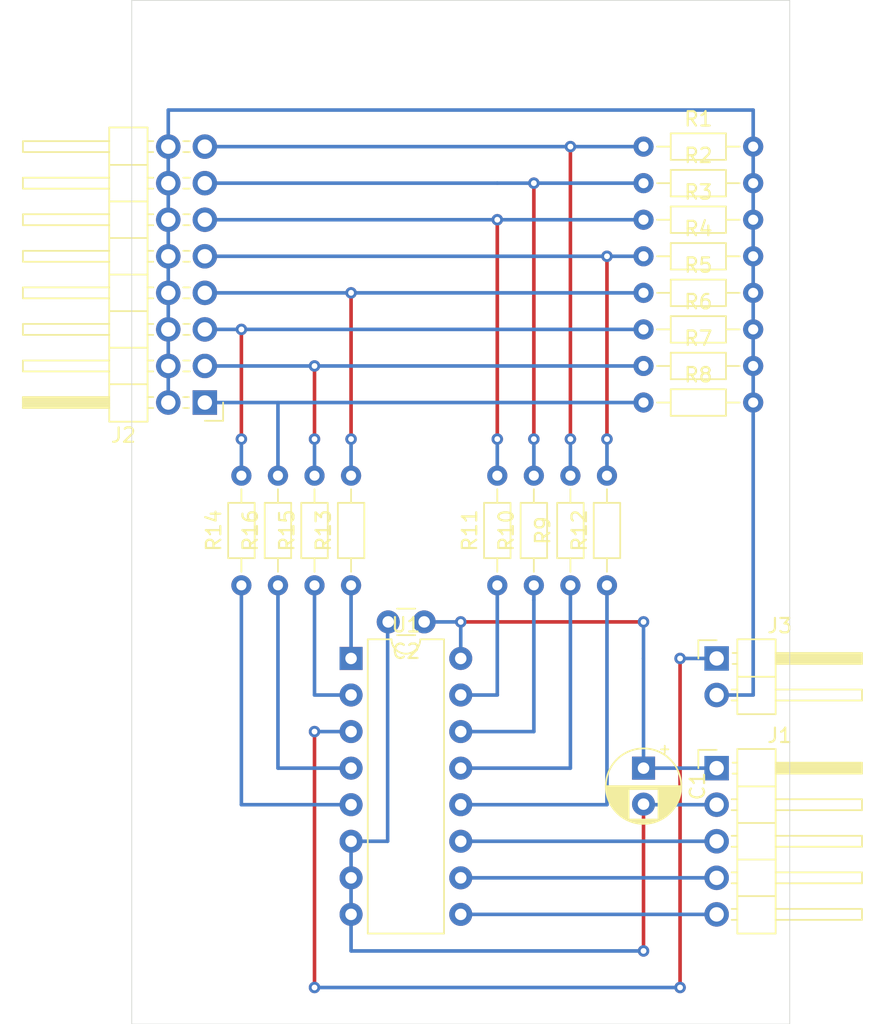
<source format=kicad_pcb>
(kicad_pcb (version 20171130) (host pcbnew 5.1.9-1.fc33)

  (general
    (thickness 1.6)
    (drawings 13)
    (tracks 91)
    (zones 0)
    (modules 22)
    (nets 24)
  )

  (page A4)
  (layers
    (0 F.Cu signal)
    (31 B.Cu signal)
    (32 B.Adhes user)
    (33 F.Adhes user)
    (34 B.Paste user)
    (35 F.Paste user)
    (36 B.SilkS user)
    (37 F.SilkS user)
    (38 B.Mask user)
    (39 F.Mask user)
    (40 Dwgs.User user hide)
    (41 Cmts.User user)
    (42 Eco1.User user)
    (43 Eco2.User user)
    (44 Edge.Cuts user)
    (45 Margin user)
    (46 B.CrtYd user)
    (47 F.CrtYd user)
    (48 B.Fab user)
    (49 F.Fab user)
  )

  (setup
    (last_trace_width 0.25)
    (trace_clearance 0.2)
    (zone_clearance 0.508)
    (zone_45_only no)
    (trace_min 0.2)
    (via_size 0.8)
    (via_drill 0.4)
    (via_min_size 0.4)
    (via_min_drill 0.3)
    (uvia_size 0.3)
    (uvia_drill 0.1)
    (uvias_allowed no)
    (uvia_min_size 0.2)
    (uvia_min_drill 0.1)
    (edge_width 0.05)
    (segment_width 0.2)
    (pcb_text_width 0.3)
    (pcb_text_size 1.5 1.5)
    (mod_edge_width 0.12)
    (mod_text_size 1 1)
    (mod_text_width 0.15)
    (pad_size 1.524 1.524)
    (pad_drill 0.762)
    (pad_to_mask_clearance 0)
    (aux_axis_origin 0 0)
    (visible_elements FFFFFF7F)
    (pcbplotparams
      (layerselection 0x010fc_ffffffff)
      (usegerberextensions false)
      (usegerberattributes true)
      (usegerberadvancedattributes true)
      (creategerberjobfile true)
      (excludeedgelayer true)
      (linewidth 0.100000)
      (plotframeref false)
      (viasonmask false)
      (mode 1)
      (useauxorigin false)
      (hpglpennumber 1)
      (hpglpenspeed 20)
      (hpglpendiameter 15.000000)
      (psnegative false)
      (psa4output false)
      (plotreference true)
      (plotvalue true)
      (plotinvisibletext false)
      (padsonsilk false)
      (subtractmaskfromsilk false)
      (outputformat 1)
      (mirror false)
      (drillshape 1)
      (scaleselection 1)
      (outputdirectory ""))
  )

  (net 0 "")
  (net 1 VDD)
  (net 2 GND)
  (net 3 "Net-(J1-Pad3)")
  (net 4 "Net-(J1-Pad4)")
  (net 5 "Net-(J1-Pad5)")
  (net 6 "Net-(J2-Pad1)")
  (net 7 "Net-(J2-Pad3)")
  (net 8 "Net-(J2-Pad5)")
  (net 9 "Net-(J2-Pad7)")
  (net 10 "Net-(J2-Pad10)")
  (net 11 "Net-(J3-Pad1)")
  (net 12 "Net-(J2-Pad15)")
  (net 13 "Net-(J2-Pad13)")
  (net 14 "Net-(J2-Pad11)")
  (net 15 "Net-(J2-Pad9)")
  (net 16 "Net-(R9-Pad1)")
  (net 17 "Net-(R10-Pad1)")
  (net 18 "Net-(R11-Pad1)")
  (net 19 "Net-(R12-Pad1)")
  (net 20 "Net-(R13-Pad1)")
  (net 21 "Net-(R14-Pad1)")
  (net 22 "Net-(R15-Pad1)")
  (net 23 "Net-(R16-Pad1)")

  (net_class Default "This is the default net class."
    (clearance 0.2)
    (trace_width 0.25)
    (via_dia 0.8)
    (via_drill 0.4)
    (uvia_dia 0.3)
    (uvia_drill 0.1)
    (add_net GND)
    (add_net "Net-(J1-Pad3)")
    (add_net "Net-(J1-Pad4)")
    (add_net "Net-(J1-Pad5)")
    (add_net "Net-(J2-Pad1)")
    (add_net "Net-(J2-Pad10)")
    (add_net "Net-(J2-Pad11)")
    (add_net "Net-(J2-Pad13)")
    (add_net "Net-(J2-Pad15)")
    (add_net "Net-(J2-Pad3)")
    (add_net "Net-(J2-Pad5)")
    (add_net "Net-(J2-Pad7)")
    (add_net "Net-(J2-Pad9)")
    (add_net "Net-(J3-Pad1)")
    (add_net "Net-(R10-Pad1)")
    (add_net "Net-(R11-Pad1)")
    (add_net "Net-(R12-Pad1)")
    (add_net "Net-(R13-Pad1)")
    (add_net "Net-(R14-Pad1)")
    (add_net "Net-(R15-Pad1)")
    (add_net "Net-(R16-Pad1)")
    (add_net "Net-(R9-Pad1)")
    (add_net VDD)
  )

  (module Resistor_THT:R_Axial_DIN0204_L3.6mm_D1.6mm_P7.62mm_Horizontal (layer F.Cu) (tedit 5AE5139B) (tstamp 6040DD1A)
    (at 114.3 73.66 90)
    (descr "Resistor, Axial_DIN0204 series, Axial, Horizontal, pin pitch=7.62mm, 0.167W, length*diameter=3.6*1.6mm^2, http://cdn-reichelt.de/documents/datenblatt/B400/1_4W%23YAG.pdf")
    (tags "Resistor Axial_DIN0204 series Axial Horizontal pin pitch 7.62mm 0.167W length 3.6mm diameter 1.6mm")
    (path /604281E3)
    (fp_text reference R16 (at 3.81 -1.92 90) (layer F.SilkS)
      (effects (font (size 1 1) (thickness 0.15)))
    )
    (fp_text value 220 (at 3.81 1.92 90) (layer F.Fab)
      (effects (font (size 1 1) (thickness 0.15)))
    )
    (fp_line (start 8.57 -1.05) (end -0.95 -1.05) (layer F.CrtYd) (width 0.05))
    (fp_line (start 8.57 1.05) (end 8.57 -1.05) (layer F.CrtYd) (width 0.05))
    (fp_line (start -0.95 1.05) (end 8.57 1.05) (layer F.CrtYd) (width 0.05))
    (fp_line (start -0.95 -1.05) (end -0.95 1.05) (layer F.CrtYd) (width 0.05))
    (fp_line (start 6.68 0) (end 5.73 0) (layer F.SilkS) (width 0.12))
    (fp_line (start 0.94 0) (end 1.89 0) (layer F.SilkS) (width 0.12))
    (fp_line (start 5.73 -0.92) (end 1.89 -0.92) (layer F.SilkS) (width 0.12))
    (fp_line (start 5.73 0.92) (end 5.73 -0.92) (layer F.SilkS) (width 0.12))
    (fp_line (start 1.89 0.92) (end 5.73 0.92) (layer F.SilkS) (width 0.12))
    (fp_line (start 1.89 -0.92) (end 1.89 0.92) (layer F.SilkS) (width 0.12))
    (fp_line (start 7.62 0) (end 5.61 0) (layer F.Fab) (width 0.1))
    (fp_line (start 0 0) (end 2.01 0) (layer F.Fab) (width 0.1))
    (fp_line (start 5.61 -0.8) (end 2.01 -0.8) (layer F.Fab) (width 0.1))
    (fp_line (start 5.61 0.8) (end 5.61 -0.8) (layer F.Fab) (width 0.1))
    (fp_line (start 2.01 0.8) (end 5.61 0.8) (layer F.Fab) (width 0.1))
    (fp_line (start 2.01 -0.8) (end 2.01 0.8) (layer F.Fab) (width 0.1))
    (fp_text user %R (at 3.81 0 90) (layer F.Fab)
      (effects (font (size 0.72 0.72) (thickness 0.108)))
    )
    (pad 2 thru_hole oval (at 7.62 0 90) (size 1.4 1.4) (drill 0.7) (layers *.Cu *.Mask)
      (net 6 "Net-(J2-Pad1)"))
    (pad 1 thru_hole circle (at 0 0 90) (size 1.4 1.4) (drill 0.7) (layers *.Cu *.Mask)
      (net 23 "Net-(R16-Pad1)"))
    (model ${KISYS3DMOD}/Resistor_THT.3dshapes/R_Axial_DIN0204_L3.6mm_D1.6mm_P7.62mm_Horizontal.wrl
      (at (xyz 0 0 0))
      (scale (xyz 1 1 1))
      (rotate (xyz 0 0 0))
    )
  )

  (module Resistor_THT:R_Axial_DIN0204_L3.6mm_D1.6mm_P7.62mm_Horizontal (layer F.Cu) (tedit 5AE5139B) (tstamp 6040DD03)
    (at 116.84 73.66 90)
    (descr "Resistor, Axial_DIN0204 series, Axial, Horizontal, pin pitch=7.62mm, 0.167W, length*diameter=3.6*1.6mm^2, http://cdn-reichelt.de/documents/datenblatt/B400/1_4W%23YAG.pdf")
    (tags "Resistor Axial_DIN0204 series Axial Horizontal pin pitch 7.62mm 0.167W length 3.6mm diameter 1.6mm")
    (path /60427FD9)
    (fp_text reference R15 (at 3.81 -1.92 90) (layer F.SilkS)
      (effects (font (size 1 1) (thickness 0.15)))
    )
    (fp_text value 220 (at 3.81 1.92 90) (layer F.Fab)
      (effects (font (size 1 1) (thickness 0.15)))
    )
    (fp_line (start 8.57 -1.05) (end -0.95 -1.05) (layer F.CrtYd) (width 0.05))
    (fp_line (start 8.57 1.05) (end 8.57 -1.05) (layer F.CrtYd) (width 0.05))
    (fp_line (start -0.95 1.05) (end 8.57 1.05) (layer F.CrtYd) (width 0.05))
    (fp_line (start -0.95 -1.05) (end -0.95 1.05) (layer F.CrtYd) (width 0.05))
    (fp_line (start 6.68 0) (end 5.73 0) (layer F.SilkS) (width 0.12))
    (fp_line (start 0.94 0) (end 1.89 0) (layer F.SilkS) (width 0.12))
    (fp_line (start 5.73 -0.92) (end 1.89 -0.92) (layer F.SilkS) (width 0.12))
    (fp_line (start 5.73 0.92) (end 5.73 -0.92) (layer F.SilkS) (width 0.12))
    (fp_line (start 1.89 0.92) (end 5.73 0.92) (layer F.SilkS) (width 0.12))
    (fp_line (start 1.89 -0.92) (end 1.89 0.92) (layer F.SilkS) (width 0.12))
    (fp_line (start 7.62 0) (end 5.61 0) (layer F.Fab) (width 0.1))
    (fp_line (start 0 0) (end 2.01 0) (layer F.Fab) (width 0.1))
    (fp_line (start 5.61 -0.8) (end 2.01 -0.8) (layer F.Fab) (width 0.1))
    (fp_line (start 5.61 0.8) (end 5.61 -0.8) (layer F.Fab) (width 0.1))
    (fp_line (start 2.01 0.8) (end 5.61 0.8) (layer F.Fab) (width 0.1))
    (fp_line (start 2.01 -0.8) (end 2.01 0.8) (layer F.Fab) (width 0.1))
    (fp_text user %R (at 3.81 0 90) (layer F.Fab)
      (effects (font (size 0.72 0.72) (thickness 0.108)))
    )
    (pad 2 thru_hole oval (at 7.62 0 90) (size 1.4 1.4) (drill 0.7) (layers *.Cu *.Mask)
      (net 7 "Net-(J2-Pad3)"))
    (pad 1 thru_hole circle (at 0 0 90) (size 1.4 1.4) (drill 0.7) (layers *.Cu *.Mask)
      (net 22 "Net-(R15-Pad1)"))
    (model ${KISYS3DMOD}/Resistor_THT.3dshapes/R_Axial_DIN0204_L3.6mm_D1.6mm_P7.62mm_Horizontal.wrl
      (at (xyz 0 0 0))
      (scale (xyz 1 1 1))
      (rotate (xyz 0 0 0))
    )
  )

  (module Resistor_THT:R_Axial_DIN0204_L3.6mm_D1.6mm_P7.62mm_Horizontal (layer F.Cu) (tedit 5AE5139B) (tstamp 6040DCEC)
    (at 111.76 73.66 90)
    (descr "Resistor, Axial_DIN0204 series, Axial, Horizontal, pin pitch=7.62mm, 0.167W, length*diameter=3.6*1.6mm^2, http://cdn-reichelt.de/documents/datenblatt/B400/1_4W%23YAG.pdf")
    (tags "Resistor Axial_DIN0204 series Axial Horizontal pin pitch 7.62mm 0.167W length 3.6mm diameter 1.6mm")
    (path /60427DEB)
    (fp_text reference R14 (at 3.81 -1.92 90) (layer F.SilkS)
      (effects (font (size 1 1) (thickness 0.15)))
    )
    (fp_text value 220 (at 3.81 1.92 90) (layer F.Fab)
      (effects (font (size 1 1) (thickness 0.15)))
    )
    (fp_line (start 8.57 -1.05) (end -0.95 -1.05) (layer F.CrtYd) (width 0.05))
    (fp_line (start 8.57 1.05) (end 8.57 -1.05) (layer F.CrtYd) (width 0.05))
    (fp_line (start -0.95 1.05) (end 8.57 1.05) (layer F.CrtYd) (width 0.05))
    (fp_line (start -0.95 -1.05) (end -0.95 1.05) (layer F.CrtYd) (width 0.05))
    (fp_line (start 6.68 0) (end 5.73 0) (layer F.SilkS) (width 0.12))
    (fp_line (start 0.94 0) (end 1.89 0) (layer F.SilkS) (width 0.12))
    (fp_line (start 5.73 -0.92) (end 1.89 -0.92) (layer F.SilkS) (width 0.12))
    (fp_line (start 5.73 0.92) (end 5.73 -0.92) (layer F.SilkS) (width 0.12))
    (fp_line (start 1.89 0.92) (end 5.73 0.92) (layer F.SilkS) (width 0.12))
    (fp_line (start 1.89 -0.92) (end 1.89 0.92) (layer F.SilkS) (width 0.12))
    (fp_line (start 7.62 0) (end 5.61 0) (layer F.Fab) (width 0.1))
    (fp_line (start 0 0) (end 2.01 0) (layer F.Fab) (width 0.1))
    (fp_line (start 5.61 -0.8) (end 2.01 -0.8) (layer F.Fab) (width 0.1))
    (fp_line (start 5.61 0.8) (end 5.61 -0.8) (layer F.Fab) (width 0.1))
    (fp_line (start 2.01 0.8) (end 5.61 0.8) (layer F.Fab) (width 0.1))
    (fp_line (start 2.01 -0.8) (end 2.01 0.8) (layer F.Fab) (width 0.1))
    (fp_text user %R (at 3.81 0 90) (layer F.Fab)
      (effects (font (size 0.72 0.72) (thickness 0.108)))
    )
    (pad 2 thru_hole oval (at 7.62 0 90) (size 1.4 1.4) (drill 0.7) (layers *.Cu *.Mask)
      (net 8 "Net-(J2-Pad5)"))
    (pad 1 thru_hole circle (at 0 0 90) (size 1.4 1.4) (drill 0.7) (layers *.Cu *.Mask)
      (net 21 "Net-(R14-Pad1)"))
    (model ${KISYS3DMOD}/Resistor_THT.3dshapes/R_Axial_DIN0204_L3.6mm_D1.6mm_P7.62mm_Horizontal.wrl
      (at (xyz 0 0 0))
      (scale (xyz 1 1 1))
      (rotate (xyz 0 0 0))
    )
  )

  (module Resistor_THT:R_Axial_DIN0204_L3.6mm_D1.6mm_P7.62mm_Horizontal (layer F.Cu) (tedit 5AE5139B) (tstamp 60410B00)
    (at 119.38 73.66 90)
    (descr "Resistor, Axial_DIN0204 series, Axial, Horizontal, pin pitch=7.62mm, 0.167W, length*diameter=3.6*1.6mm^2, http://cdn-reichelt.de/documents/datenblatt/B400/1_4W%23YAG.pdf")
    (tags "Resistor Axial_DIN0204 series Axial Horizontal pin pitch 7.62mm 0.167W length 3.6mm diameter 1.6mm")
    (path /60427BF9)
    (fp_text reference R13 (at 3.81 -1.92 90) (layer F.SilkS)
      (effects (font (size 1 1) (thickness 0.15)))
    )
    (fp_text value 220 (at 3.81 1.92 90) (layer F.Fab)
      (effects (font (size 1 1) (thickness 0.15)))
    )
    (fp_line (start 8.57 -1.05) (end -0.95 -1.05) (layer F.CrtYd) (width 0.05))
    (fp_line (start 8.57 1.05) (end 8.57 -1.05) (layer F.CrtYd) (width 0.05))
    (fp_line (start -0.95 1.05) (end 8.57 1.05) (layer F.CrtYd) (width 0.05))
    (fp_line (start -0.95 -1.05) (end -0.95 1.05) (layer F.CrtYd) (width 0.05))
    (fp_line (start 6.68 0) (end 5.73 0) (layer F.SilkS) (width 0.12))
    (fp_line (start 0.94 0) (end 1.89 0) (layer F.SilkS) (width 0.12))
    (fp_line (start 5.73 -0.92) (end 1.89 -0.92) (layer F.SilkS) (width 0.12))
    (fp_line (start 5.73 0.92) (end 5.73 -0.92) (layer F.SilkS) (width 0.12))
    (fp_line (start 1.89 0.92) (end 5.73 0.92) (layer F.SilkS) (width 0.12))
    (fp_line (start 1.89 -0.92) (end 1.89 0.92) (layer F.SilkS) (width 0.12))
    (fp_line (start 7.62 0) (end 5.61 0) (layer F.Fab) (width 0.1))
    (fp_line (start 0 0) (end 2.01 0) (layer F.Fab) (width 0.1))
    (fp_line (start 5.61 -0.8) (end 2.01 -0.8) (layer F.Fab) (width 0.1))
    (fp_line (start 5.61 0.8) (end 5.61 -0.8) (layer F.Fab) (width 0.1))
    (fp_line (start 2.01 0.8) (end 5.61 0.8) (layer F.Fab) (width 0.1))
    (fp_line (start 2.01 -0.8) (end 2.01 0.8) (layer F.Fab) (width 0.1))
    (fp_text user %R (at 3.81 0 90) (layer F.Fab)
      (effects (font (size 0.72 0.72) (thickness 0.108)))
    )
    (pad 2 thru_hole oval (at 7.62 0 90) (size 1.4 1.4) (drill 0.7) (layers *.Cu *.Mask)
      (net 9 "Net-(J2-Pad7)"))
    (pad 1 thru_hole circle (at 0 0 90) (size 1.4 1.4) (drill 0.7) (layers *.Cu *.Mask)
      (net 20 "Net-(R13-Pad1)"))
    (model ${KISYS3DMOD}/Resistor_THT.3dshapes/R_Axial_DIN0204_L3.6mm_D1.6mm_P7.62mm_Horizontal.wrl
      (at (xyz 0 0 0))
      (scale (xyz 1 1 1))
      (rotate (xyz 0 0 0))
    )
  )

  (module Resistor_THT:R_Axial_DIN0204_L3.6mm_D1.6mm_P7.62mm_Horizontal (layer F.Cu) (tedit 5AE5139B) (tstamp 6040DCBE)
    (at 137.16 73.66 90)
    (descr "Resistor, Axial_DIN0204 series, Axial, Horizontal, pin pitch=7.62mm, 0.167W, length*diameter=3.6*1.6mm^2, http://cdn-reichelt.de/documents/datenblatt/B400/1_4W%23YAG.pdf")
    (tags "Resistor Axial_DIN0204 series Axial Horizontal pin pitch 7.62mm 0.167W length 3.6mm diameter 1.6mm")
    (path /60427A23)
    (fp_text reference R12 (at 3.81 -1.92 90) (layer F.SilkS)
      (effects (font (size 1 1) (thickness 0.15)))
    )
    (fp_text value 220 (at 3.81 1.92 90) (layer F.Fab)
      (effects (font (size 1 1) (thickness 0.15)))
    )
    (fp_line (start 8.57 -1.05) (end -0.95 -1.05) (layer F.CrtYd) (width 0.05))
    (fp_line (start 8.57 1.05) (end 8.57 -1.05) (layer F.CrtYd) (width 0.05))
    (fp_line (start -0.95 1.05) (end 8.57 1.05) (layer F.CrtYd) (width 0.05))
    (fp_line (start -0.95 -1.05) (end -0.95 1.05) (layer F.CrtYd) (width 0.05))
    (fp_line (start 6.68 0) (end 5.73 0) (layer F.SilkS) (width 0.12))
    (fp_line (start 0.94 0) (end 1.89 0) (layer F.SilkS) (width 0.12))
    (fp_line (start 5.73 -0.92) (end 1.89 -0.92) (layer F.SilkS) (width 0.12))
    (fp_line (start 5.73 0.92) (end 5.73 -0.92) (layer F.SilkS) (width 0.12))
    (fp_line (start 1.89 0.92) (end 5.73 0.92) (layer F.SilkS) (width 0.12))
    (fp_line (start 1.89 -0.92) (end 1.89 0.92) (layer F.SilkS) (width 0.12))
    (fp_line (start 7.62 0) (end 5.61 0) (layer F.Fab) (width 0.1))
    (fp_line (start 0 0) (end 2.01 0) (layer F.Fab) (width 0.1))
    (fp_line (start 5.61 -0.8) (end 2.01 -0.8) (layer F.Fab) (width 0.1))
    (fp_line (start 5.61 0.8) (end 5.61 -0.8) (layer F.Fab) (width 0.1))
    (fp_line (start 2.01 0.8) (end 5.61 0.8) (layer F.Fab) (width 0.1))
    (fp_line (start 2.01 -0.8) (end 2.01 0.8) (layer F.Fab) (width 0.1))
    (fp_text user %R (at 3.81 0 90) (layer F.Fab)
      (effects (font (size 0.72 0.72) (thickness 0.108)))
    )
    (pad 2 thru_hole oval (at 7.62 0 90) (size 1.4 1.4) (drill 0.7) (layers *.Cu *.Mask)
      (net 15 "Net-(J2-Pad9)"))
    (pad 1 thru_hole circle (at 0 0 90) (size 1.4 1.4) (drill 0.7) (layers *.Cu *.Mask)
      (net 19 "Net-(R12-Pad1)"))
    (model ${KISYS3DMOD}/Resistor_THT.3dshapes/R_Axial_DIN0204_L3.6mm_D1.6mm_P7.62mm_Horizontal.wrl
      (at (xyz 0 0 0))
      (scale (xyz 1 1 1))
      (rotate (xyz 0 0 0))
    )
  )

  (module Resistor_THT:R_Axial_DIN0204_L3.6mm_D1.6mm_P7.62mm_Horizontal (layer F.Cu) (tedit 5AE5139B) (tstamp 6040DF05)
    (at 129.54 73.66 90)
    (descr "Resistor, Axial_DIN0204 series, Axial, Horizontal, pin pitch=7.62mm, 0.167W, length*diameter=3.6*1.6mm^2, http://cdn-reichelt.de/documents/datenblatt/B400/1_4W%23YAG.pdf")
    (tags "Resistor Axial_DIN0204 series Axial Horizontal pin pitch 7.62mm 0.167W length 3.6mm diameter 1.6mm")
    (path /60427859)
    (fp_text reference R11 (at 3.81 -1.92 90) (layer F.SilkS)
      (effects (font (size 1 1) (thickness 0.15)))
    )
    (fp_text value 220 (at 3.81 1.92 90) (layer F.Fab)
      (effects (font (size 1 1) (thickness 0.15)))
    )
    (fp_line (start 8.57 -1.05) (end -0.95 -1.05) (layer F.CrtYd) (width 0.05))
    (fp_line (start 8.57 1.05) (end 8.57 -1.05) (layer F.CrtYd) (width 0.05))
    (fp_line (start -0.95 1.05) (end 8.57 1.05) (layer F.CrtYd) (width 0.05))
    (fp_line (start -0.95 -1.05) (end -0.95 1.05) (layer F.CrtYd) (width 0.05))
    (fp_line (start 6.68 0) (end 5.73 0) (layer F.SilkS) (width 0.12))
    (fp_line (start 0.94 0) (end 1.89 0) (layer F.SilkS) (width 0.12))
    (fp_line (start 5.73 -0.92) (end 1.89 -0.92) (layer F.SilkS) (width 0.12))
    (fp_line (start 5.73 0.92) (end 5.73 -0.92) (layer F.SilkS) (width 0.12))
    (fp_line (start 1.89 0.92) (end 5.73 0.92) (layer F.SilkS) (width 0.12))
    (fp_line (start 1.89 -0.92) (end 1.89 0.92) (layer F.SilkS) (width 0.12))
    (fp_line (start 7.62 0) (end 5.61 0) (layer F.Fab) (width 0.1))
    (fp_line (start 0 0) (end 2.01 0) (layer F.Fab) (width 0.1))
    (fp_line (start 5.61 -0.8) (end 2.01 -0.8) (layer F.Fab) (width 0.1))
    (fp_line (start 5.61 0.8) (end 5.61 -0.8) (layer F.Fab) (width 0.1))
    (fp_line (start 2.01 0.8) (end 5.61 0.8) (layer F.Fab) (width 0.1))
    (fp_line (start 2.01 -0.8) (end 2.01 0.8) (layer F.Fab) (width 0.1))
    (fp_text user %R (at 3.81 0 90) (layer F.Fab)
      (effects (font (size 0.72 0.72) (thickness 0.108)))
    )
    (pad 2 thru_hole oval (at 7.62 0 90) (size 1.4 1.4) (drill 0.7) (layers *.Cu *.Mask)
      (net 14 "Net-(J2-Pad11)"))
    (pad 1 thru_hole circle (at 0 0 90) (size 1.4 1.4) (drill 0.7) (layers *.Cu *.Mask)
      (net 18 "Net-(R11-Pad1)"))
    (model ${KISYS3DMOD}/Resistor_THT.3dshapes/R_Axial_DIN0204_L3.6mm_D1.6mm_P7.62mm_Horizontal.wrl
      (at (xyz 0 0 0))
      (scale (xyz 1 1 1))
      (rotate (xyz 0 0 0))
    )
  )

  (module Resistor_THT:R_Axial_DIN0204_L3.6mm_D1.6mm_P7.62mm_Horizontal (layer F.Cu) (tedit 5AE5139B) (tstamp 6040DC90)
    (at 132.08 73.66 90)
    (descr "Resistor, Axial_DIN0204 series, Axial, Horizontal, pin pitch=7.62mm, 0.167W, length*diameter=3.6*1.6mm^2, http://cdn-reichelt.de/documents/datenblatt/B400/1_4W%23YAG.pdf")
    (tags "Resistor Axial_DIN0204 series Axial Horizontal pin pitch 7.62mm 0.167W length 3.6mm diameter 1.6mm")
    (path /60427657)
    (fp_text reference R10 (at 3.81 -1.92 90) (layer F.SilkS)
      (effects (font (size 1 1) (thickness 0.15)))
    )
    (fp_text value 220 (at 3.81 1.92 90) (layer F.Fab)
      (effects (font (size 1 1) (thickness 0.15)))
    )
    (fp_line (start 8.57 -1.05) (end -0.95 -1.05) (layer F.CrtYd) (width 0.05))
    (fp_line (start 8.57 1.05) (end 8.57 -1.05) (layer F.CrtYd) (width 0.05))
    (fp_line (start -0.95 1.05) (end 8.57 1.05) (layer F.CrtYd) (width 0.05))
    (fp_line (start -0.95 -1.05) (end -0.95 1.05) (layer F.CrtYd) (width 0.05))
    (fp_line (start 6.68 0) (end 5.73 0) (layer F.SilkS) (width 0.12))
    (fp_line (start 0.94 0) (end 1.89 0) (layer F.SilkS) (width 0.12))
    (fp_line (start 5.73 -0.92) (end 1.89 -0.92) (layer F.SilkS) (width 0.12))
    (fp_line (start 5.73 0.92) (end 5.73 -0.92) (layer F.SilkS) (width 0.12))
    (fp_line (start 1.89 0.92) (end 5.73 0.92) (layer F.SilkS) (width 0.12))
    (fp_line (start 1.89 -0.92) (end 1.89 0.92) (layer F.SilkS) (width 0.12))
    (fp_line (start 7.62 0) (end 5.61 0) (layer F.Fab) (width 0.1))
    (fp_line (start 0 0) (end 2.01 0) (layer F.Fab) (width 0.1))
    (fp_line (start 5.61 -0.8) (end 2.01 -0.8) (layer F.Fab) (width 0.1))
    (fp_line (start 5.61 0.8) (end 5.61 -0.8) (layer F.Fab) (width 0.1))
    (fp_line (start 2.01 0.8) (end 5.61 0.8) (layer F.Fab) (width 0.1))
    (fp_line (start 2.01 -0.8) (end 2.01 0.8) (layer F.Fab) (width 0.1))
    (fp_text user %R (at 3.81 0 90) (layer F.Fab)
      (effects (font (size 0.72 0.72) (thickness 0.108)))
    )
    (pad 2 thru_hole oval (at 7.62 0 90) (size 1.4 1.4) (drill 0.7) (layers *.Cu *.Mask)
      (net 13 "Net-(J2-Pad13)"))
    (pad 1 thru_hole circle (at 0 0 90) (size 1.4 1.4) (drill 0.7) (layers *.Cu *.Mask)
      (net 17 "Net-(R10-Pad1)"))
    (model ${KISYS3DMOD}/Resistor_THT.3dshapes/R_Axial_DIN0204_L3.6mm_D1.6mm_P7.62mm_Horizontal.wrl
      (at (xyz 0 0 0))
      (scale (xyz 1 1 1))
      (rotate (xyz 0 0 0))
    )
  )

  (module Resistor_THT:R_Axial_DIN0204_L3.6mm_D1.6mm_P7.62mm_Horizontal (layer F.Cu) (tedit 5AE5139B) (tstamp 6040DC79)
    (at 134.62 73.66 90)
    (descr "Resistor, Axial_DIN0204 series, Axial, Horizontal, pin pitch=7.62mm, 0.167W, length*diameter=3.6*1.6mm^2, http://cdn-reichelt.de/documents/datenblatt/B400/1_4W%23YAG.pdf")
    (tags "Resistor Axial_DIN0204 series Axial Horizontal pin pitch 7.62mm 0.167W length 3.6mm diameter 1.6mm")
    (path /6041C195)
    (fp_text reference R9 (at 3.81 -1.92 90) (layer F.SilkS)
      (effects (font (size 1 1) (thickness 0.15)))
    )
    (fp_text value 220 (at 3.81 1.92 90) (layer F.Fab)
      (effects (font (size 1 1) (thickness 0.15)))
    )
    (fp_line (start 8.57 -1.05) (end -0.95 -1.05) (layer F.CrtYd) (width 0.05))
    (fp_line (start 8.57 1.05) (end 8.57 -1.05) (layer F.CrtYd) (width 0.05))
    (fp_line (start -0.95 1.05) (end 8.57 1.05) (layer F.CrtYd) (width 0.05))
    (fp_line (start -0.95 -1.05) (end -0.95 1.05) (layer F.CrtYd) (width 0.05))
    (fp_line (start 6.68 0) (end 5.73 0) (layer F.SilkS) (width 0.12))
    (fp_line (start 0.94 0) (end 1.89 0) (layer F.SilkS) (width 0.12))
    (fp_line (start 5.73 -0.92) (end 1.89 -0.92) (layer F.SilkS) (width 0.12))
    (fp_line (start 5.73 0.92) (end 5.73 -0.92) (layer F.SilkS) (width 0.12))
    (fp_line (start 1.89 0.92) (end 5.73 0.92) (layer F.SilkS) (width 0.12))
    (fp_line (start 1.89 -0.92) (end 1.89 0.92) (layer F.SilkS) (width 0.12))
    (fp_line (start 7.62 0) (end 5.61 0) (layer F.Fab) (width 0.1))
    (fp_line (start 0 0) (end 2.01 0) (layer F.Fab) (width 0.1))
    (fp_line (start 5.61 -0.8) (end 2.01 -0.8) (layer F.Fab) (width 0.1))
    (fp_line (start 5.61 0.8) (end 5.61 -0.8) (layer F.Fab) (width 0.1))
    (fp_line (start 2.01 0.8) (end 5.61 0.8) (layer F.Fab) (width 0.1))
    (fp_line (start 2.01 -0.8) (end 2.01 0.8) (layer F.Fab) (width 0.1))
    (fp_text user %R (at 3.81 0 90) (layer F.Fab)
      (effects (font (size 0.72 0.72) (thickness 0.108)))
    )
    (pad 2 thru_hole oval (at 7.62 0 90) (size 1.4 1.4) (drill 0.7) (layers *.Cu *.Mask)
      (net 12 "Net-(J2-Pad15)"))
    (pad 1 thru_hole circle (at 0 0 90) (size 1.4 1.4) (drill 0.7) (layers *.Cu *.Mask)
      (net 16 "Net-(R9-Pad1)"))
    (model ${KISYS3DMOD}/Resistor_THT.3dshapes/R_Axial_DIN0204_L3.6mm_D1.6mm_P7.62mm_Horizontal.wrl
      (at (xyz 0 0 0))
      (scale (xyz 1 1 1))
      (rotate (xyz 0 0 0))
    )
  )

  (module Package_DIP:DIP-16_W7.62mm (layer F.Cu) (tedit 5A02E8C5) (tstamp 602DFB0B)
    (at 119.38 78.74)
    (descr "16-lead though-hole mounted DIP package, row spacing 7.62 mm (300 mils)")
    (tags "THT DIP DIL PDIP 2.54mm 7.62mm 300mil")
    (path /60481B08)
    (fp_text reference U1 (at 3.81 -2.33) (layer F.SilkS)
      (effects (font (size 1 1) (thickness 0.15)))
    )
    (fp_text value 4051 (at 3.81 20.11) (layer F.Fab)
      (effects (font (size 1 1) (thickness 0.15)))
    )
    (fp_line (start 8.7 -1.55) (end -1.1 -1.55) (layer F.CrtYd) (width 0.05))
    (fp_line (start 8.7 19.3) (end 8.7 -1.55) (layer F.CrtYd) (width 0.05))
    (fp_line (start -1.1 19.3) (end 8.7 19.3) (layer F.CrtYd) (width 0.05))
    (fp_line (start -1.1 -1.55) (end -1.1 19.3) (layer F.CrtYd) (width 0.05))
    (fp_line (start 6.46 -1.33) (end 4.81 -1.33) (layer F.SilkS) (width 0.12))
    (fp_line (start 6.46 19.11) (end 6.46 -1.33) (layer F.SilkS) (width 0.12))
    (fp_line (start 1.16 19.11) (end 6.46 19.11) (layer F.SilkS) (width 0.12))
    (fp_line (start 1.16 -1.33) (end 1.16 19.11) (layer F.SilkS) (width 0.12))
    (fp_line (start 2.81 -1.33) (end 1.16 -1.33) (layer F.SilkS) (width 0.12))
    (fp_line (start 0.635 -0.27) (end 1.635 -1.27) (layer F.Fab) (width 0.1))
    (fp_line (start 0.635 19.05) (end 0.635 -0.27) (layer F.Fab) (width 0.1))
    (fp_line (start 6.985 19.05) (end 0.635 19.05) (layer F.Fab) (width 0.1))
    (fp_line (start 6.985 -1.27) (end 6.985 19.05) (layer F.Fab) (width 0.1))
    (fp_line (start 1.635 -1.27) (end 6.985 -1.27) (layer F.Fab) (width 0.1))
    (fp_arc (start 3.81 -1.33) (end 2.81 -1.33) (angle -180) (layer F.SilkS) (width 0.12))
    (fp_text user %R (at 3.81 8.89) (layer F.Fab)
      (effects (font (size 1 1) (thickness 0.15)))
    )
    (pad 1 thru_hole rect (at 0 0) (size 1.6 1.6) (drill 0.8) (layers *.Cu *.Mask)
      (net 20 "Net-(R13-Pad1)"))
    (pad 9 thru_hole oval (at 7.62 17.78) (size 1.6 1.6) (drill 0.8) (layers *.Cu *.Mask)
      (net 5 "Net-(J1-Pad5)"))
    (pad 2 thru_hole oval (at 0 2.54) (size 1.6 1.6) (drill 0.8) (layers *.Cu *.Mask)
      (net 22 "Net-(R15-Pad1)"))
    (pad 10 thru_hole oval (at 7.62 15.24) (size 1.6 1.6) (drill 0.8) (layers *.Cu *.Mask)
      (net 4 "Net-(J1-Pad4)"))
    (pad 3 thru_hole oval (at 0 5.08) (size 1.6 1.6) (drill 0.8) (layers *.Cu *.Mask)
      (net 11 "Net-(J3-Pad1)"))
    (pad 11 thru_hole oval (at 7.62 12.7) (size 1.6 1.6) (drill 0.8) (layers *.Cu *.Mask)
      (net 3 "Net-(J1-Pad3)"))
    (pad 4 thru_hole oval (at 0 7.62) (size 1.6 1.6) (drill 0.8) (layers *.Cu *.Mask)
      (net 23 "Net-(R16-Pad1)"))
    (pad 12 thru_hole oval (at 7.62 10.16) (size 1.6 1.6) (drill 0.8) (layers *.Cu *.Mask)
      (net 19 "Net-(R12-Pad1)"))
    (pad 5 thru_hole oval (at 0 10.16) (size 1.6 1.6) (drill 0.8) (layers *.Cu *.Mask)
      (net 21 "Net-(R14-Pad1)"))
    (pad 13 thru_hole oval (at 7.62 7.62) (size 1.6 1.6) (drill 0.8) (layers *.Cu *.Mask)
      (net 16 "Net-(R9-Pad1)"))
    (pad 6 thru_hole oval (at 0 12.7) (size 1.6 1.6) (drill 0.8) (layers *.Cu *.Mask)
      (net 2 GND))
    (pad 14 thru_hole oval (at 7.62 5.08) (size 1.6 1.6) (drill 0.8) (layers *.Cu *.Mask)
      (net 17 "Net-(R10-Pad1)"))
    (pad 7 thru_hole oval (at 0 15.24) (size 1.6 1.6) (drill 0.8) (layers *.Cu *.Mask)
      (net 2 GND))
    (pad 15 thru_hole oval (at 7.62 2.54) (size 1.6 1.6) (drill 0.8) (layers *.Cu *.Mask)
      (net 18 "Net-(R11-Pad1)"))
    (pad 8 thru_hole oval (at 0 17.78) (size 1.6 1.6) (drill 0.8) (layers *.Cu *.Mask)
      (net 2 GND))
    (pad 16 thru_hole oval (at 7.62 0) (size 1.6 1.6) (drill 0.8) (layers *.Cu *.Mask)
      (net 1 VDD))
    (model ${KISYS3DMOD}/Package_DIP.3dshapes/DIP-16_W7.62mm.wrl
      (at (xyz 0 0 0))
      (scale (xyz 1 1 1))
      (rotate (xyz 0 0 0))
    )
  )

  (module Resistor_THT:R_Axial_DIN0204_L3.6mm_D1.6mm_P7.62mm_Horizontal (layer F.Cu) (tedit 5AE5139B) (tstamp 6040E445)
    (at 139.7 58.42)
    (descr "Resistor, Axial_DIN0204 series, Axial, Horizontal, pin pitch=7.62mm, 0.167W, length*diameter=3.6*1.6mm^2, http://cdn-reichelt.de/documents/datenblatt/B400/1_4W%23YAG.pdf")
    (tags "Resistor Axial_DIN0204 series Axial Horizontal pin pitch 7.62mm 0.167W length 3.6mm diameter 1.6mm")
    (path /604ABA9A)
    (fp_text reference R7 (at 3.81 -1.92) (layer F.SilkS)
      (effects (font (size 1 1) (thickness 0.15)))
    )
    (fp_text value 1Meg (at 3.81 1.92) (layer F.Fab)
      (effects (font (size 1 1) (thickness 0.15)))
    )
    (fp_line (start 8.57 -1.05) (end -0.95 -1.05) (layer F.CrtYd) (width 0.05))
    (fp_line (start 8.57 1.05) (end 8.57 -1.05) (layer F.CrtYd) (width 0.05))
    (fp_line (start -0.95 1.05) (end 8.57 1.05) (layer F.CrtYd) (width 0.05))
    (fp_line (start -0.95 -1.05) (end -0.95 1.05) (layer F.CrtYd) (width 0.05))
    (fp_line (start 6.68 0) (end 5.73 0) (layer F.SilkS) (width 0.12))
    (fp_line (start 0.94 0) (end 1.89 0) (layer F.SilkS) (width 0.12))
    (fp_line (start 5.73 -0.92) (end 1.89 -0.92) (layer F.SilkS) (width 0.12))
    (fp_line (start 5.73 0.92) (end 5.73 -0.92) (layer F.SilkS) (width 0.12))
    (fp_line (start 1.89 0.92) (end 5.73 0.92) (layer F.SilkS) (width 0.12))
    (fp_line (start 1.89 -0.92) (end 1.89 0.92) (layer F.SilkS) (width 0.12))
    (fp_line (start 7.62 0) (end 5.61 0) (layer F.Fab) (width 0.1))
    (fp_line (start 0 0) (end 2.01 0) (layer F.Fab) (width 0.1))
    (fp_line (start 5.61 -0.8) (end 2.01 -0.8) (layer F.Fab) (width 0.1))
    (fp_line (start 5.61 0.8) (end 5.61 -0.8) (layer F.Fab) (width 0.1))
    (fp_line (start 2.01 0.8) (end 5.61 0.8) (layer F.Fab) (width 0.1))
    (fp_line (start 2.01 -0.8) (end 2.01 0.8) (layer F.Fab) (width 0.1))
    (fp_text user %R (at 3.81 0) (layer F.Fab)
      (effects (font (size 0.72 0.72) (thickness 0.108)))
    )
    (pad 1 thru_hole circle (at 0 0) (size 1.4 1.4) (drill 0.7) (layers *.Cu *.Mask)
      (net 7 "Net-(J2-Pad3)"))
    (pad 2 thru_hole oval (at 7.62 0) (size 1.4 1.4) (drill 0.7) (layers *.Cu *.Mask)
      (net 10 "Net-(J2-Pad10)"))
    (model ${KISYS3DMOD}/Resistor_THT.3dshapes/R_Axial_DIN0204_L3.6mm_D1.6mm_P7.62mm_Horizontal.wrl
      (at (xyz 0 0 0))
      (scale (xyz 1 1 1))
      (rotate (xyz 0 0 0))
    )
  )

  (module Connector_PinHeader_2.54mm:PinHeader_2x08_P2.54mm_Horizontal (layer F.Cu) (tedit 59FED5CB) (tstamp 6040E2FF)
    (at 109.22 60.96 180)
    (descr "Through hole angled pin header, 2x08, 2.54mm pitch, 6mm pin length, double rows")
    (tags "Through hole angled pin header THT 2x08 2.54mm double row")
    (path /602DFCF7)
    (fp_text reference J2 (at 5.655 -2.27) (layer F.SilkS)
      (effects (font (size 1 1) (thickness 0.15)))
    )
    (fp_text value Conn_02x08_Odd_Even (at 5.655 20.05) (layer F.Fab)
      (effects (font (size 1 1) (thickness 0.15)))
    )
    (fp_line (start 4.675 -1.27) (end 6.58 -1.27) (layer F.Fab) (width 0.1))
    (fp_line (start 6.58 -1.27) (end 6.58 19.05) (layer F.Fab) (width 0.1))
    (fp_line (start 6.58 19.05) (end 4.04 19.05) (layer F.Fab) (width 0.1))
    (fp_line (start 4.04 19.05) (end 4.04 -0.635) (layer F.Fab) (width 0.1))
    (fp_line (start 4.04 -0.635) (end 4.675 -1.27) (layer F.Fab) (width 0.1))
    (fp_line (start -0.32 -0.32) (end 4.04 -0.32) (layer F.Fab) (width 0.1))
    (fp_line (start -0.32 -0.32) (end -0.32 0.32) (layer F.Fab) (width 0.1))
    (fp_line (start -0.32 0.32) (end 4.04 0.32) (layer F.Fab) (width 0.1))
    (fp_line (start 6.58 -0.32) (end 12.58 -0.32) (layer F.Fab) (width 0.1))
    (fp_line (start 12.58 -0.32) (end 12.58 0.32) (layer F.Fab) (width 0.1))
    (fp_line (start 6.58 0.32) (end 12.58 0.32) (layer F.Fab) (width 0.1))
    (fp_line (start -0.32 2.22) (end 4.04 2.22) (layer F.Fab) (width 0.1))
    (fp_line (start -0.32 2.22) (end -0.32 2.86) (layer F.Fab) (width 0.1))
    (fp_line (start -0.32 2.86) (end 4.04 2.86) (layer F.Fab) (width 0.1))
    (fp_line (start 6.58 2.22) (end 12.58 2.22) (layer F.Fab) (width 0.1))
    (fp_line (start 12.58 2.22) (end 12.58 2.86) (layer F.Fab) (width 0.1))
    (fp_line (start 6.58 2.86) (end 12.58 2.86) (layer F.Fab) (width 0.1))
    (fp_line (start -0.32 4.76) (end 4.04 4.76) (layer F.Fab) (width 0.1))
    (fp_line (start -0.32 4.76) (end -0.32 5.4) (layer F.Fab) (width 0.1))
    (fp_line (start -0.32 5.4) (end 4.04 5.4) (layer F.Fab) (width 0.1))
    (fp_line (start 6.58 4.76) (end 12.58 4.76) (layer F.Fab) (width 0.1))
    (fp_line (start 12.58 4.76) (end 12.58 5.4) (layer F.Fab) (width 0.1))
    (fp_line (start 6.58 5.4) (end 12.58 5.4) (layer F.Fab) (width 0.1))
    (fp_line (start -0.32 7.3) (end 4.04 7.3) (layer F.Fab) (width 0.1))
    (fp_line (start -0.32 7.3) (end -0.32 7.94) (layer F.Fab) (width 0.1))
    (fp_line (start -0.32 7.94) (end 4.04 7.94) (layer F.Fab) (width 0.1))
    (fp_line (start 6.58 7.3) (end 12.58 7.3) (layer F.Fab) (width 0.1))
    (fp_line (start 12.58 7.3) (end 12.58 7.94) (layer F.Fab) (width 0.1))
    (fp_line (start 6.58 7.94) (end 12.58 7.94) (layer F.Fab) (width 0.1))
    (fp_line (start -0.32 9.84) (end 4.04 9.84) (layer F.Fab) (width 0.1))
    (fp_line (start -0.32 9.84) (end -0.32 10.48) (layer F.Fab) (width 0.1))
    (fp_line (start -0.32 10.48) (end 4.04 10.48) (layer F.Fab) (width 0.1))
    (fp_line (start 6.58 9.84) (end 12.58 9.84) (layer F.Fab) (width 0.1))
    (fp_line (start 12.58 9.84) (end 12.58 10.48) (layer F.Fab) (width 0.1))
    (fp_line (start 6.58 10.48) (end 12.58 10.48) (layer F.Fab) (width 0.1))
    (fp_line (start -0.32 12.38) (end 4.04 12.38) (layer F.Fab) (width 0.1))
    (fp_line (start -0.32 12.38) (end -0.32 13.02) (layer F.Fab) (width 0.1))
    (fp_line (start -0.32 13.02) (end 4.04 13.02) (layer F.Fab) (width 0.1))
    (fp_line (start 6.58 12.38) (end 12.58 12.38) (layer F.Fab) (width 0.1))
    (fp_line (start 12.58 12.38) (end 12.58 13.02) (layer F.Fab) (width 0.1))
    (fp_line (start 6.58 13.02) (end 12.58 13.02) (layer F.Fab) (width 0.1))
    (fp_line (start -0.32 14.92) (end 4.04 14.92) (layer F.Fab) (width 0.1))
    (fp_line (start -0.32 14.92) (end -0.32 15.56) (layer F.Fab) (width 0.1))
    (fp_line (start -0.32 15.56) (end 4.04 15.56) (layer F.Fab) (width 0.1))
    (fp_line (start 6.58 14.92) (end 12.58 14.92) (layer F.Fab) (width 0.1))
    (fp_line (start 12.58 14.92) (end 12.58 15.56) (layer F.Fab) (width 0.1))
    (fp_line (start 6.58 15.56) (end 12.58 15.56) (layer F.Fab) (width 0.1))
    (fp_line (start -0.32 17.46) (end 4.04 17.46) (layer F.Fab) (width 0.1))
    (fp_line (start -0.32 17.46) (end -0.32 18.1) (layer F.Fab) (width 0.1))
    (fp_line (start -0.32 18.1) (end 4.04 18.1) (layer F.Fab) (width 0.1))
    (fp_line (start 6.58 17.46) (end 12.58 17.46) (layer F.Fab) (width 0.1))
    (fp_line (start 12.58 17.46) (end 12.58 18.1) (layer F.Fab) (width 0.1))
    (fp_line (start 6.58 18.1) (end 12.58 18.1) (layer F.Fab) (width 0.1))
    (fp_line (start 3.98 -1.33) (end 3.98 19.11) (layer F.SilkS) (width 0.12))
    (fp_line (start 3.98 19.11) (end 6.64 19.11) (layer F.SilkS) (width 0.12))
    (fp_line (start 6.64 19.11) (end 6.64 -1.33) (layer F.SilkS) (width 0.12))
    (fp_line (start 6.64 -1.33) (end 3.98 -1.33) (layer F.SilkS) (width 0.12))
    (fp_line (start 6.64 -0.38) (end 12.64 -0.38) (layer F.SilkS) (width 0.12))
    (fp_line (start 12.64 -0.38) (end 12.64 0.38) (layer F.SilkS) (width 0.12))
    (fp_line (start 12.64 0.38) (end 6.64 0.38) (layer F.SilkS) (width 0.12))
    (fp_line (start 6.64 -0.32) (end 12.64 -0.32) (layer F.SilkS) (width 0.12))
    (fp_line (start 6.64 -0.2) (end 12.64 -0.2) (layer F.SilkS) (width 0.12))
    (fp_line (start 6.64 -0.08) (end 12.64 -0.08) (layer F.SilkS) (width 0.12))
    (fp_line (start 6.64 0.04) (end 12.64 0.04) (layer F.SilkS) (width 0.12))
    (fp_line (start 6.64 0.16) (end 12.64 0.16) (layer F.SilkS) (width 0.12))
    (fp_line (start 6.64 0.28) (end 12.64 0.28) (layer F.SilkS) (width 0.12))
    (fp_line (start 3.582929 -0.38) (end 3.98 -0.38) (layer F.SilkS) (width 0.12))
    (fp_line (start 3.582929 0.38) (end 3.98 0.38) (layer F.SilkS) (width 0.12))
    (fp_line (start 1.11 -0.38) (end 1.497071 -0.38) (layer F.SilkS) (width 0.12))
    (fp_line (start 1.11 0.38) (end 1.497071 0.38) (layer F.SilkS) (width 0.12))
    (fp_line (start 3.98 1.27) (end 6.64 1.27) (layer F.SilkS) (width 0.12))
    (fp_line (start 6.64 2.16) (end 12.64 2.16) (layer F.SilkS) (width 0.12))
    (fp_line (start 12.64 2.16) (end 12.64 2.92) (layer F.SilkS) (width 0.12))
    (fp_line (start 12.64 2.92) (end 6.64 2.92) (layer F.SilkS) (width 0.12))
    (fp_line (start 3.582929 2.16) (end 3.98 2.16) (layer F.SilkS) (width 0.12))
    (fp_line (start 3.582929 2.92) (end 3.98 2.92) (layer F.SilkS) (width 0.12))
    (fp_line (start 1.042929 2.16) (end 1.497071 2.16) (layer F.SilkS) (width 0.12))
    (fp_line (start 1.042929 2.92) (end 1.497071 2.92) (layer F.SilkS) (width 0.12))
    (fp_line (start 3.98 3.81) (end 6.64 3.81) (layer F.SilkS) (width 0.12))
    (fp_line (start 6.64 4.7) (end 12.64 4.7) (layer F.SilkS) (width 0.12))
    (fp_line (start 12.64 4.7) (end 12.64 5.46) (layer F.SilkS) (width 0.12))
    (fp_line (start 12.64 5.46) (end 6.64 5.46) (layer F.SilkS) (width 0.12))
    (fp_line (start 3.582929 4.7) (end 3.98 4.7) (layer F.SilkS) (width 0.12))
    (fp_line (start 3.582929 5.46) (end 3.98 5.46) (layer F.SilkS) (width 0.12))
    (fp_line (start 1.042929 4.7) (end 1.497071 4.7) (layer F.SilkS) (width 0.12))
    (fp_line (start 1.042929 5.46) (end 1.497071 5.46) (layer F.SilkS) (width 0.12))
    (fp_line (start 3.98 6.35) (end 6.64 6.35) (layer F.SilkS) (width 0.12))
    (fp_line (start 6.64 7.24) (end 12.64 7.24) (layer F.SilkS) (width 0.12))
    (fp_line (start 12.64 7.24) (end 12.64 8) (layer F.SilkS) (width 0.12))
    (fp_line (start 12.64 8) (end 6.64 8) (layer F.SilkS) (width 0.12))
    (fp_line (start 3.582929 7.24) (end 3.98 7.24) (layer F.SilkS) (width 0.12))
    (fp_line (start 3.582929 8) (end 3.98 8) (layer F.SilkS) (width 0.12))
    (fp_line (start 1.042929 7.24) (end 1.497071 7.24) (layer F.SilkS) (width 0.12))
    (fp_line (start 1.042929 8) (end 1.497071 8) (layer F.SilkS) (width 0.12))
    (fp_line (start 3.98 8.89) (end 6.64 8.89) (layer F.SilkS) (width 0.12))
    (fp_line (start 6.64 9.78) (end 12.64 9.78) (layer F.SilkS) (width 0.12))
    (fp_line (start 12.64 9.78) (end 12.64 10.54) (layer F.SilkS) (width 0.12))
    (fp_line (start 12.64 10.54) (end 6.64 10.54) (layer F.SilkS) (width 0.12))
    (fp_line (start 3.582929 9.78) (end 3.98 9.78) (layer F.SilkS) (width 0.12))
    (fp_line (start 3.582929 10.54) (end 3.98 10.54) (layer F.SilkS) (width 0.12))
    (fp_line (start 1.042929 9.78) (end 1.497071 9.78) (layer F.SilkS) (width 0.12))
    (fp_line (start 1.042929 10.54) (end 1.497071 10.54) (layer F.SilkS) (width 0.12))
    (fp_line (start 3.98 11.43) (end 6.64 11.43) (layer F.SilkS) (width 0.12))
    (fp_line (start 6.64 12.32) (end 12.64 12.32) (layer F.SilkS) (width 0.12))
    (fp_line (start 12.64 12.32) (end 12.64 13.08) (layer F.SilkS) (width 0.12))
    (fp_line (start 12.64 13.08) (end 6.64 13.08) (layer F.SilkS) (width 0.12))
    (fp_line (start 3.582929 12.32) (end 3.98 12.32) (layer F.SilkS) (width 0.12))
    (fp_line (start 3.582929 13.08) (end 3.98 13.08) (layer F.SilkS) (width 0.12))
    (fp_line (start 1.042929 12.32) (end 1.497071 12.32) (layer F.SilkS) (width 0.12))
    (fp_line (start 1.042929 13.08) (end 1.497071 13.08) (layer F.SilkS) (width 0.12))
    (fp_line (start 3.98 13.97) (end 6.64 13.97) (layer F.SilkS) (width 0.12))
    (fp_line (start 6.64 14.86) (end 12.64 14.86) (layer F.SilkS) (width 0.12))
    (fp_line (start 12.64 14.86) (end 12.64 15.62) (layer F.SilkS) (width 0.12))
    (fp_line (start 12.64 15.62) (end 6.64 15.62) (layer F.SilkS) (width 0.12))
    (fp_line (start 3.582929 14.86) (end 3.98 14.86) (layer F.SilkS) (width 0.12))
    (fp_line (start 3.582929 15.62) (end 3.98 15.62) (layer F.SilkS) (width 0.12))
    (fp_line (start 1.042929 14.86) (end 1.497071 14.86) (layer F.SilkS) (width 0.12))
    (fp_line (start 1.042929 15.62) (end 1.497071 15.62) (layer F.SilkS) (width 0.12))
    (fp_line (start 3.98 16.51) (end 6.64 16.51) (layer F.SilkS) (width 0.12))
    (fp_line (start 6.64 17.4) (end 12.64 17.4) (layer F.SilkS) (width 0.12))
    (fp_line (start 12.64 17.4) (end 12.64 18.16) (layer F.SilkS) (width 0.12))
    (fp_line (start 12.64 18.16) (end 6.64 18.16) (layer F.SilkS) (width 0.12))
    (fp_line (start 3.582929 17.4) (end 3.98 17.4) (layer F.SilkS) (width 0.12))
    (fp_line (start 3.582929 18.16) (end 3.98 18.16) (layer F.SilkS) (width 0.12))
    (fp_line (start 1.042929 17.4) (end 1.497071 17.4) (layer F.SilkS) (width 0.12))
    (fp_line (start 1.042929 18.16) (end 1.497071 18.16) (layer F.SilkS) (width 0.12))
    (fp_line (start -1.27 0) (end -1.27 -1.27) (layer F.SilkS) (width 0.12))
    (fp_line (start -1.27 -1.27) (end 0 -1.27) (layer F.SilkS) (width 0.12))
    (fp_line (start -1.8 -1.8) (end -1.8 19.55) (layer F.CrtYd) (width 0.05))
    (fp_line (start -1.8 19.55) (end 13.1 19.55) (layer F.CrtYd) (width 0.05))
    (fp_line (start 13.1 19.55) (end 13.1 -1.8) (layer F.CrtYd) (width 0.05))
    (fp_line (start 13.1 -1.8) (end -1.8 -1.8) (layer F.CrtYd) (width 0.05))
    (fp_text user %R (at 5.31 8.89 90) (layer F.Fab)
      (effects (font (size 1 1) (thickness 0.15)))
    )
    (pad 16 thru_hole oval (at 2.54 17.78 180) (size 1.7 1.7) (drill 1) (layers *.Cu *.Mask)
      (net 10 "Net-(J2-Pad10)"))
    (pad 15 thru_hole oval (at 0 17.78 180) (size 1.7 1.7) (drill 1) (layers *.Cu *.Mask)
      (net 12 "Net-(J2-Pad15)"))
    (pad 14 thru_hole oval (at 2.54 15.24 180) (size 1.7 1.7) (drill 1) (layers *.Cu *.Mask)
      (net 10 "Net-(J2-Pad10)"))
    (pad 13 thru_hole oval (at 0 15.24 180) (size 1.7 1.7) (drill 1) (layers *.Cu *.Mask)
      (net 13 "Net-(J2-Pad13)"))
    (pad 12 thru_hole oval (at 2.54 12.7 180) (size 1.7 1.7) (drill 1) (layers *.Cu *.Mask)
      (net 10 "Net-(J2-Pad10)"))
    (pad 11 thru_hole oval (at 0 12.7 180) (size 1.7 1.7) (drill 1) (layers *.Cu *.Mask)
      (net 14 "Net-(J2-Pad11)"))
    (pad 10 thru_hole oval (at 2.54 10.16 180) (size 1.7 1.7) (drill 1) (layers *.Cu *.Mask)
      (net 10 "Net-(J2-Pad10)"))
    (pad 9 thru_hole oval (at 0 10.16 180) (size 1.7 1.7) (drill 1) (layers *.Cu *.Mask)
      (net 15 "Net-(J2-Pad9)"))
    (pad 8 thru_hole oval (at 2.54 7.62 180) (size 1.7 1.7) (drill 1) (layers *.Cu *.Mask)
      (net 10 "Net-(J2-Pad10)"))
    (pad 7 thru_hole oval (at 0 7.62 180) (size 1.7 1.7) (drill 1) (layers *.Cu *.Mask)
      (net 9 "Net-(J2-Pad7)"))
    (pad 6 thru_hole oval (at 2.54 5.08 180) (size 1.7 1.7) (drill 1) (layers *.Cu *.Mask)
      (net 10 "Net-(J2-Pad10)"))
    (pad 5 thru_hole oval (at 0 5.08 180) (size 1.7 1.7) (drill 1) (layers *.Cu *.Mask)
      (net 8 "Net-(J2-Pad5)"))
    (pad 4 thru_hole oval (at 2.54 2.54 180) (size 1.7 1.7) (drill 1) (layers *.Cu *.Mask)
      (net 10 "Net-(J2-Pad10)"))
    (pad 3 thru_hole oval (at 0 2.54 180) (size 1.7 1.7) (drill 1) (layers *.Cu *.Mask)
      (net 7 "Net-(J2-Pad3)"))
    (pad 2 thru_hole oval (at 2.54 0 180) (size 1.7 1.7) (drill 1) (layers *.Cu *.Mask)
      (net 10 "Net-(J2-Pad10)"))
    (pad 1 thru_hole rect (at 0 0 180) (size 1.7 1.7) (drill 1) (layers *.Cu *.Mask)
      (net 6 "Net-(J2-Pad1)"))
    (model ${KISYS3DMOD}/Connector_PinHeader_2.54mm.3dshapes/PinHeader_2x08_P2.54mm_Horizontal.wrl
      (at (xyz 0 0 0))
      (scale (xyz 1 1 1))
      (rotate (xyz 0 0 0))
    )
  )

  (module Resistor_THT:R_Axial_DIN0204_L3.6mm_D1.6mm_P7.62mm_Horizontal (layer F.Cu) (tedit 5AE5139B) (tstamp 6040E493)
    (at 139.7 43.18)
    (descr "Resistor, Axial_DIN0204 series, Axial, Horizontal, pin pitch=7.62mm, 0.167W, length*diameter=3.6*1.6mm^2, http://cdn-reichelt.de/documents/datenblatt/B400/1_4W%23YAG.pdf")
    (tags "Resistor Axial_DIN0204 series Axial Horizontal pin pitch 7.62mm 0.167W length 3.6mm diameter 1.6mm")
    (path /604A613D)
    (fp_text reference R1 (at 3.81 -1.92) (layer F.SilkS)
      (effects (font (size 1 1) (thickness 0.15)))
    )
    (fp_text value 1Meg (at 3.81 1.92) (layer F.Fab)
      (effects (font (size 1 1) (thickness 0.15)))
    )
    (fp_line (start 8.57 -1.05) (end -0.95 -1.05) (layer F.CrtYd) (width 0.05))
    (fp_line (start 8.57 1.05) (end 8.57 -1.05) (layer F.CrtYd) (width 0.05))
    (fp_line (start -0.95 1.05) (end 8.57 1.05) (layer F.CrtYd) (width 0.05))
    (fp_line (start -0.95 -1.05) (end -0.95 1.05) (layer F.CrtYd) (width 0.05))
    (fp_line (start 6.68 0) (end 5.73 0) (layer F.SilkS) (width 0.12))
    (fp_line (start 0.94 0) (end 1.89 0) (layer F.SilkS) (width 0.12))
    (fp_line (start 5.73 -0.92) (end 1.89 -0.92) (layer F.SilkS) (width 0.12))
    (fp_line (start 5.73 0.92) (end 5.73 -0.92) (layer F.SilkS) (width 0.12))
    (fp_line (start 1.89 0.92) (end 5.73 0.92) (layer F.SilkS) (width 0.12))
    (fp_line (start 1.89 -0.92) (end 1.89 0.92) (layer F.SilkS) (width 0.12))
    (fp_line (start 7.62 0) (end 5.61 0) (layer F.Fab) (width 0.1))
    (fp_line (start 0 0) (end 2.01 0) (layer F.Fab) (width 0.1))
    (fp_line (start 5.61 -0.8) (end 2.01 -0.8) (layer F.Fab) (width 0.1))
    (fp_line (start 5.61 0.8) (end 5.61 -0.8) (layer F.Fab) (width 0.1))
    (fp_line (start 2.01 0.8) (end 5.61 0.8) (layer F.Fab) (width 0.1))
    (fp_line (start 2.01 -0.8) (end 2.01 0.8) (layer F.Fab) (width 0.1))
    (fp_text user %R (at 3.81 0) (layer F.Fab)
      (effects (font (size 0.72 0.72) (thickness 0.108)))
    )
    (pad 1 thru_hole circle (at 0 0) (size 1.4 1.4) (drill 0.7) (layers *.Cu *.Mask)
      (net 12 "Net-(J2-Pad15)"))
    (pad 2 thru_hole oval (at 7.62 0) (size 1.4 1.4) (drill 0.7) (layers *.Cu *.Mask)
      (net 10 "Net-(J2-Pad10)"))
    (model ${KISYS3DMOD}/Resistor_THT.3dshapes/R_Axial_DIN0204_L3.6mm_D1.6mm_P7.62mm_Horizontal.wrl
      (at (xyz 0 0 0))
      (scale (xyz 1 1 1))
      (rotate (xyz 0 0 0))
    )
  )

  (module Resistor_THT:R_Axial_DIN0204_L3.6mm_D1.6mm_P7.62mm_Horizontal (layer F.Cu) (tedit 5AE5139B) (tstamp 6040E559)
    (at 139.7 50.8)
    (descr "Resistor, Axial_DIN0204 series, Axial, Horizontal, pin pitch=7.62mm, 0.167W, length*diameter=3.6*1.6mm^2, http://cdn-reichelt.de/documents/datenblatt/B400/1_4W%23YAG.pdf")
    (tags "Resistor Axial_DIN0204 series Axial Horizontal pin pitch 7.62mm 0.167W length 3.6mm diameter 1.6mm")
    (path /604AB14B)
    (fp_text reference R4 (at 3.81 -1.92) (layer F.SilkS)
      (effects (font (size 1 1) (thickness 0.15)))
    )
    (fp_text value 1Meg (at 3.81 1.92) (layer F.Fab)
      (effects (font (size 1 1) (thickness 0.15)))
    )
    (fp_line (start 2.01 -0.8) (end 2.01 0.8) (layer F.Fab) (width 0.1))
    (fp_line (start 2.01 0.8) (end 5.61 0.8) (layer F.Fab) (width 0.1))
    (fp_line (start 5.61 0.8) (end 5.61 -0.8) (layer F.Fab) (width 0.1))
    (fp_line (start 5.61 -0.8) (end 2.01 -0.8) (layer F.Fab) (width 0.1))
    (fp_line (start 0 0) (end 2.01 0) (layer F.Fab) (width 0.1))
    (fp_line (start 7.62 0) (end 5.61 0) (layer F.Fab) (width 0.1))
    (fp_line (start 1.89 -0.92) (end 1.89 0.92) (layer F.SilkS) (width 0.12))
    (fp_line (start 1.89 0.92) (end 5.73 0.92) (layer F.SilkS) (width 0.12))
    (fp_line (start 5.73 0.92) (end 5.73 -0.92) (layer F.SilkS) (width 0.12))
    (fp_line (start 5.73 -0.92) (end 1.89 -0.92) (layer F.SilkS) (width 0.12))
    (fp_line (start 0.94 0) (end 1.89 0) (layer F.SilkS) (width 0.12))
    (fp_line (start 6.68 0) (end 5.73 0) (layer F.SilkS) (width 0.12))
    (fp_line (start -0.95 -1.05) (end -0.95 1.05) (layer F.CrtYd) (width 0.05))
    (fp_line (start -0.95 1.05) (end 8.57 1.05) (layer F.CrtYd) (width 0.05))
    (fp_line (start 8.57 1.05) (end 8.57 -1.05) (layer F.CrtYd) (width 0.05))
    (fp_line (start 8.57 -1.05) (end -0.95 -1.05) (layer F.CrtYd) (width 0.05))
    (fp_text user %R (at 3.81 0) (layer F.Fab)
      (effects (font (size 0.72 0.72) (thickness 0.108)))
    )
    (pad 2 thru_hole oval (at 7.62 0) (size 1.4 1.4) (drill 0.7) (layers *.Cu *.Mask)
      (net 10 "Net-(J2-Pad10)"))
    (pad 1 thru_hole circle (at 0 0) (size 1.4 1.4) (drill 0.7) (layers *.Cu *.Mask)
      (net 15 "Net-(J2-Pad9)"))
    (model ${KISYS3DMOD}/Resistor_THT.3dshapes/R_Axial_DIN0204_L3.6mm_D1.6mm_P7.62mm_Horizontal.wrl
      (at (xyz 0 0 0))
      (scale (xyz 1 1 1))
      (rotate (xyz 0 0 0))
    )
  )

  (module Resistor_THT:R_Axial_DIN0204_L3.6mm_D1.6mm_P7.62mm_Horizontal (layer F.Cu) (tedit 5AE5139B) (tstamp 6040E4D5)
    (at 139.7 45.72)
    (descr "Resistor, Axial_DIN0204 series, Axial, Horizontal, pin pitch=7.62mm, 0.167W, length*diameter=3.6*1.6mm^2, http://cdn-reichelt.de/documents/datenblatt/B400/1_4W%23YAG.pdf")
    (tags "Resistor Axial_DIN0204 series Axial Horizontal pin pitch 7.62mm 0.167W length 3.6mm diameter 1.6mm")
    (path /604AAB33)
    (fp_text reference R2 (at 3.81 -1.92) (layer F.SilkS)
      (effects (font (size 1 1) (thickness 0.15)))
    )
    (fp_text value 1Meg (at 3.81 1.92) (layer F.Fab)
      (effects (font (size 1 1) (thickness 0.15)))
    )
    (fp_line (start 2.01 -0.8) (end 2.01 0.8) (layer F.Fab) (width 0.1))
    (fp_line (start 2.01 0.8) (end 5.61 0.8) (layer F.Fab) (width 0.1))
    (fp_line (start 5.61 0.8) (end 5.61 -0.8) (layer F.Fab) (width 0.1))
    (fp_line (start 5.61 -0.8) (end 2.01 -0.8) (layer F.Fab) (width 0.1))
    (fp_line (start 0 0) (end 2.01 0) (layer F.Fab) (width 0.1))
    (fp_line (start 7.62 0) (end 5.61 0) (layer F.Fab) (width 0.1))
    (fp_line (start 1.89 -0.92) (end 1.89 0.92) (layer F.SilkS) (width 0.12))
    (fp_line (start 1.89 0.92) (end 5.73 0.92) (layer F.SilkS) (width 0.12))
    (fp_line (start 5.73 0.92) (end 5.73 -0.92) (layer F.SilkS) (width 0.12))
    (fp_line (start 5.73 -0.92) (end 1.89 -0.92) (layer F.SilkS) (width 0.12))
    (fp_line (start 0.94 0) (end 1.89 0) (layer F.SilkS) (width 0.12))
    (fp_line (start 6.68 0) (end 5.73 0) (layer F.SilkS) (width 0.12))
    (fp_line (start -0.95 -1.05) (end -0.95 1.05) (layer F.CrtYd) (width 0.05))
    (fp_line (start -0.95 1.05) (end 8.57 1.05) (layer F.CrtYd) (width 0.05))
    (fp_line (start 8.57 1.05) (end 8.57 -1.05) (layer F.CrtYd) (width 0.05))
    (fp_line (start 8.57 -1.05) (end -0.95 -1.05) (layer F.CrtYd) (width 0.05))
    (fp_text user %R (at 3.81 0) (layer F.Fab)
      (effects (font (size 0.72 0.72) (thickness 0.108)))
    )
    (pad 2 thru_hole oval (at 7.62 0) (size 1.4 1.4) (drill 0.7) (layers *.Cu *.Mask)
      (net 10 "Net-(J2-Pad10)"))
    (pad 1 thru_hole circle (at 0 0) (size 1.4 1.4) (drill 0.7) (layers *.Cu *.Mask)
      (net 13 "Net-(J2-Pad13)"))
    (model ${KISYS3DMOD}/Resistor_THT.3dshapes/R_Axial_DIN0204_L3.6mm_D1.6mm_P7.62mm_Horizontal.wrl
      (at (xyz 0 0 0))
      (scale (xyz 1 1 1))
      (rotate (xyz 0 0 0))
    )
  )

  (module Resistor_THT:R_Axial_DIN0204_L3.6mm_D1.6mm_P7.62mm_Horizontal (layer F.Cu) (tedit 5AE5139B) (tstamp 6040E517)
    (at 139.7 60.96)
    (descr "Resistor, Axial_DIN0204 series, Axial, Horizontal, pin pitch=7.62mm, 0.167W, length*diameter=3.6*1.6mm^2, http://cdn-reichelt.de/documents/datenblatt/B400/1_4W%23YAG.pdf")
    (tags "Resistor Axial_DIN0204 series Axial Horizontal pin pitch 7.62mm 0.167W length 3.6mm diameter 1.6mm")
    (path /604C328B)
    (fp_text reference R8 (at 3.81 -1.92) (layer F.SilkS)
      (effects (font (size 1 1) (thickness 0.15)))
    )
    (fp_text value 1Meg (at 3.81 1.92) (layer F.Fab)
      (effects (font (size 1 1) (thickness 0.15)))
    )
    (fp_line (start 2.01 -0.8) (end 2.01 0.8) (layer F.Fab) (width 0.1))
    (fp_line (start 2.01 0.8) (end 5.61 0.8) (layer F.Fab) (width 0.1))
    (fp_line (start 5.61 0.8) (end 5.61 -0.8) (layer F.Fab) (width 0.1))
    (fp_line (start 5.61 -0.8) (end 2.01 -0.8) (layer F.Fab) (width 0.1))
    (fp_line (start 0 0) (end 2.01 0) (layer F.Fab) (width 0.1))
    (fp_line (start 7.62 0) (end 5.61 0) (layer F.Fab) (width 0.1))
    (fp_line (start 1.89 -0.92) (end 1.89 0.92) (layer F.SilkS) (width 0.12))
    (fp_line (start 1.89 0.92) (end 5.73 0.92) (layer F.SilkS) (width 0.12))
    (fp_line (start 5.73 0.92) (end 5.73 -0.92) (layer F.SilkS) (width 0.12))
    (fp_line (start 5.73 -0.92) (end 1.89 -0.92) (layer F.SilkS) (width 0.12))
    (fp_line (start 0.94 0) (end 1.89 0) (layer F.SilkS) (width 0.12))
    (fp_line (start 6.68 0) (end 5.73 0) (layer F.SilkS) (width 0.12))
    (fp_line (start -0.95 -1.05) (end -0.95 1.05) (layer F.CrtYd) (width 0.05))
    (fp_line (start -0.95 1.05) (end 8.57 1.05) (layer F.CrtYd) (width 0.05))
    (fp_line (start 8.57 1.05) (end 8.57 -1.05) (layer F.CrtYd) (width 0.05))
    (fp_line (start 8.57 -1.05) (end -0.95 -1.05) (layer F.CrtYd) (width 0.05))
    (fp_text user %R (at 3.81 0 180) (layer F.Fab)
      (effects (font (size 0.72 0.72) (thickness 0.108)))
    )
    (pad 2 thru_hole oval (at 7.62 0) (size 1.4 1.4) (drill 0.7) (layers *.Cu *.Mask)
      (net 10 "Net-(J2-Pad10)"))
    (pad 1 thru_hole circle (at 0 0) (size 1.4 1.4) (drill 0.7) (layers *.Cu *.Mask)
      (net 6 "Net-(J2-Pad1)"))
    (model ${KISYS3DMOD}/Resistor_THT.3dshapes/R_Axial_DIN0204_L3.6mm_D1.6mm_P7.62mm_Horizontal.wrl
      (at (xyz 0 0 0))
      (scale (xyz 1 1 1))
      (rotate (xyz 0 0 0))
    )
  )

  (module Resistor_THT:R_Axial_DIN0204_L3.6mm_D1.6mm_P7.62mm_Horizontal (layer F.Cu) (tedit 5AE5139B) (tstamp 6040E19F)
    (at 139.7 48.26)
    (descr "Resistor, Axial_DIN0204 series, Axial, Horizontal, pin pitch=7.62mm, 0.167W, length*diameter=3.6*1.6mm^2, http://cdn-reichelt.de/documents/datenblatt/B400/1_4W%23YAG.pdf")
    (tags "Resistor Axial_DIN0204 series Axial Horizontal pin pitch 7.62mm 0.167W length 3.6mm diameter 1.6mm")
    (path /604AAE48)
    (fp_text reference R3 (at 3.81 -1.92) (layer F.SilkS)
      (effects (font (size 1 1) (thickness 0.15)))
    )
    (fp_text value 1Meg (at 3.81 1.92) (layer F.Fab)
      (effects (font (size 1 1) (thickness 0.15)))
    )
    (fp_line (start 8.57 -1.05) (end -0.95 -1.05) (layer F.CrtYd) (width 0.05))
    (fp_line (start 8.57 1.05) (end 8.57 -1.05) (layer F.CrtYd) (width 0.05))
    (fp_line (start -0.95 1.05) (end 8.57 1.05) (layer F.CrtYd) (width 0.05))
    (fp_line (start -0.95 -1.05) (end -0.95 1.05) (layer F.CrtYd) (width 0.05))
    (fp_line (start 6.68 0) (end 5.73 0) (layer F.SilkS) (width 0.12))
    (fp_line (start 0.94 0) (end 1.89 0) (layer F.SilkS) (width 0.12))
    (fp_line (start 5.73 -0.92) (end 1.89 -0.92) (layer F.SilkS) (width 0.12))
    (fp_line (start 5.73 0.92) (end 5.73 -0.92) (layer F.SilkS) (width 0.12))
    (fp_line (start 1.89 0.92) (end 5.73 0.92) (layer F.SilkS) (width 0.12))
    (fp_line (start 1.89 -0.92) (end 1.89 0.92) (layer F.SilkS) (width 0.12))
    (fp_line (start 7.62 0) (end 5.61 0) (layer F.Fab) (width 0.1))
    (fp_line (start 0 0) (end 2.01 0) (layer F.Fab) (width 0.1))
    (fp_line (start 5.61 -0.8) (end 2.01 -0.8) (layer F.Fab) (width 0.1))
    (fp_line (start 5.61 0.8) (end 5.61 -0.8) (layer F.Fab) (width 0.1))
    (fp_line (start 2.01 0.8) (end 5.61 0.8) (layer F.Fab) (width 0.1))
    (fp_line (start 2.01 -0.8) (end 2.01 0.8) (layer F.Fab) (width 0.1))
    (fp_text user %R (at 3.81 0 180) (layer F.Fab)
      (effects (font (size 0.72 0.72) (thickness 0.108)))
    )
    (pad 1 thru_hole circle (at 0 0) (size 1.4 1.4) (drill 0.7) (layers *.Cu *.Mask)
      (net 14 "Net-(J2-Pad11)"))
    (pad 2 thru_hole oval (at 7.62 0) (size 1.4 1.4) (drill 0.7) (layers *.Cu *.Mask)
      (net 10 "Net-(J2-Pad10)"))
    (model ${KISYS3DMOD}/Resistor_THT.3dshapes/R_Axial_DIN0204_L3.6mm_D1.6mm_P7.62mm_Horizontal.wrl
      (at (xyz 0 0 0))
      (scale (xyz 1 1 1))
      (rotate (xyz 0 0 0))
    )
  )

  (module Resistor_THT:R_Axial_DIN0204_L3.6mm_D1.6mm_P7.62mm_Horizontal (layer F.Cu) (tedit 5AE5139B) (tstamp 6040E23B)
    (at 139.7 55.88)
    (descr "Resistor, Axial_DIN0204 series, Axial, Horizontal, pin pitch=7.62mm, 0.167W, length*diameter=3.6*1.6mm^2, http://cdn-reichelt.de/documents/datenblatt/B400/1_4W%23YAG.pdf")
    (tags "Resistor Axial_DIN0204 series Axial Horizontal pin pitch 7.62mm 0.167W length 3.6mm diameter 1.6mm")
    (path /604AB730)
    (fp_text reference R6 (at 3.81 -1.92) (layer F.SilkS)
      (effects (font (size 1 1) (thickness 0.15)))
    )
    (fp_text value 1Meg (at 3.81 1.92) (layer F.Fab)
      (effects (font (size 1 1) (thickness 0.15)))
    )
    (fp_line (start 2.01 -0.8) (end 2.01 0.8) (layer F.Fab) (width 0.1))
    (fp_line (start 2.01 0.8) (end 5.61 0.8) (layer F.Fab) (width 0.1))
    (fp_line (start 5.61 0.8) (end 5.61 -0.8) (layer F.Fab) (width 0.1))
    (fp_line (start 5.61 -0.8) (end 2.01 -0.8) (layer F.Fab) (width 0.1))
    (fp_line (start 0 0) (end 2.01 0) (layer F.Fab) (width 0.1))
    (fp_line (start 7.62 0) (end 5.61 0) (layer F.Fab) (width 0.1))
    (fp_line (start 1.89 -0.92) (end 1.89 0.92) (layer F.SilkS) (width 0.12))
    (fp_line (start 1.89 0.92) (end 5.73 0.92) (layer F.SilkS) (width 0.12))
    (fp_line (start 5.73 0.92) (end 5.73 -0.92) (layer F.SilkS) (width 0.12))
    (fp_line (start 5.73 -0.92) (end 1.89 -0.92) (layer F.SilkS) (width 0.12))
    (fp_line (start 0.94 0) (end 1.89 0) (layer F.SilkS) (width 0.12))
    (fp_line (start 6.68 0) (end 5.73 0) (layer F.SilkS) (width 0.12))
    (fp_line (start -0.95 -1.05) (end -0.95 1.05) (layer F.CrtYd) (width 0.05))
    (fp_line (start -0.95 1.05) (end 8.57 1.05) (layer F.CrtYd) (width 0.05))
    (fp_line (start 8.57 1.05) (end 8.57 -1.05) (layer F.CrtYd) (width 0.05))
    (fp_line (start 8.57 -1.05) (end -0.95 -1.05) (layer F.CrtYd) (width 0.05))
    (fp_text user %R (at 3.81 0) (layer F.Fab)
      (effects (font (size 0.72 0.72) (thickness 0.108)))
    )
    (pad 2 thru_hole oval (at 7.62 0) (size 1.4 1.4) (drill 0.7) (layers *.Cu *.Mask)
      (net 10 "Net-(J2-Pad10)"))
    (pad 1 thru_hole circle (at 0 0) (size 1.4 1.4) (drill 0.7) (layers *.Cu *.Mask)
      (net 8 "Net-(J2-Pad5)"))
    (model ${KISYS3DMOD}/Resistor_THT.3dshapes/R_Axial_DIN0204_L3.6mm_D1.6mm_P7.62mm_Horizontal.wrl
      (at (xyz 0 0 0))
      (scale (xyz 1 1 1))
      (rotate (xyz 0 0 0))
    )
  )

  (module Resistor_THT:R_Axial_DIN0204_L3.6mm_D1.6mm_P7.62mm_Horizontal (layer F.Cu) (tedit 5AE5139B) (tstamp 6040E15D)
    (at 139.7 53.34)
    (descr "Resistor, Axial_DIN0204 series, Axial, Horizontal, pin pitch=7.62mm, 0.167W, length*diameter=3.6*1.6mm^2, http://cdn-reichelt.de/documents/datenblatt/B400/1_4W%23YAG.pdf")
    (tags "Resistor Axial_DIN0204 series Axial Horizontal pin pitch 7.62mm 0.167W length 3.6mm diameter 1.6mm")
    (path /604AB466)
    (fp_text reference R5 (at 3.81 -1.92) (layer F.SilkS)
      (effects (font (size 1 1) (thickness 0.15)))
    )
    (fp_text value 1Meg (at 3.81 1.92) (layer F.Fab)
      (effects (font (size 1 1) (thickness 0.15)))
    )
    (fp_line (start 8.57 -1.05) (end -0.95 -1.05) (layer F.CrtYd) (width 0.05))
    (fp_line (start 8.57 1.05) (end 8.57 -1.05) (layer F.CrtYd) (width 0.05))
    (fp_line (start -0.95 1.05) (end 8.57 1.05) (layer F.CrtYd) (width 0.05))
    (fp_line (start -0.95 -1.05) (end -0.95 1.05) (layer F.CrtYd) (width 0.05))
    (fp_line (start 6.68 0) (end 5.73 0) (layer F.SilkS) (width 0.12))
    (fp_line (start 0.94 0) (end 1.89 0) (layer F.SilkS) (width 0.12))
    (fp_line (start 5.73 -0.92) (end 1.89 -0.92) (layer F.SilkS) (width 0.12))
    (fp_line (start 5.73 0.92) (end 5.73 -0.92) (layer F.SilkS) (width 0.12))
    (fp_line (start 1.89 0.92) (end 5.73 0.92) (layer F.SilkS) (width 0.12))
    (fp_line (start 1.89 -0.92) (end 1.89 0.92) (layer F.SilkS) (width 0.12))
    (fp_line (start 7.62 0) (end 5.61 0) (layer F.Fab) (width 0.1))
    (fp_line (start 0 0) (end 2.01 0) (layer F.Fab) (width 0.1))
    (fp_line (start 5.61 -0.8) (end 2.01 -0.8) (layer F.Fab) (width 0.1))
    (fp_line (start 5.61 0.8) (end 5.61 -0.8) (layer F.Fab) (width 0.1))
    (fp_line (start 2.01 0.8) (end 5.61 0.8) (layer F.Fab) (width 0.1))
    (fp_line (start 2.01 -0.8) (end 2.01 0.8) (layer F.Fab) (width 0.1))
    (fp_text user %R (at 3.81 0) (layer F.Fab)
      (effects (font (size 0.72 0.72) (thickness 0.108)))
    )
    (pad 1 thru_hole circle (at 0 0) (size 1.4 1.4) (drill 0.7) (layers *.Cu *.Mask)
      (net 9 "Net-(J2-Pad7)"))
    (pad 2 thru_hole oval (at 7.62 0) (size 1.4 1.4) (drill 0.7) (layers *.Cu *.Mask)
      (net 10 "Net-(J2-Pad10)"))
    (model ${KISYS3DMOD}/Resistor_THT.3dshapes/R_Axial_DIN0204_L3.6mm_D1.6mm_P7.62mm_Horizontal.wrl
      (at (xyz 0 0 0))
      (scale (xyz 1 1 1))
      (rotate (xyz 0 0 0))
    )
  )

  (module Capacitor_THT:CP_Radial_D5.0mm_P2.50mm (layer F.Cu) (tedit 5AE50EF0) (tstamp 602DF878)
    (at 139.7 86.36 270)
    (descr "CP, Radial series, Radial, pin pitch=2.50mm, , diameter=5mm, Electrolytic Capacitor")
    (tags "CP Radial series Radial pin pitch 2.50mm  diameter 5mm Electrolytic Capacitor")
    (path /604885C4)
    (fp_text reference C1 (at 1.25 -3.75 90) (layer F.SilkS)
      (effects (font (size 1 1) (thickness 0.15)))
    )
    (fp_text value 10u (at 1.25 3.75 90) (layer F.Fab)
      (effects (font (size 1 1) (thickness 0.15)))
    )
    (fp_line (start -1.304775 -1.725) (end -1.304775 -1.225) (layer F.SilkS) (width 0.12))
    (fp_line (start -1.554775 -1.475) (end -1.054775 -1.475) (layer F.SilkS) (width 0.12))
    (fp_line (start 3.851 -0.284) (end 3.851 0.284) (layer F.SilkS) (width 0.12))
    (fp_line (start 3.811 -0.518) (end 3.811 0.518) (layer F.SilkS) (width 0.12))
    (fp_line (start 3.771 -0.677) (end 3.771 0.677) (layer F.SilkS) (width 0.12))
    (fp_line (start 3.731 -0.805) (end 3.731 0.805) (layer F.SilkS) (width 0.12))
    (fp_line (start 3.691 -0.915) (end 3.691 0.915) (layer F.SilkS) (width 0.12))
    (fp_line (start 3.651 -1.011) (end 3.651 1.011) (layer F.SilkS) (width 0.12))
    (fp_line (start 3.611 -1.098) (end 3.611 1.098) (layer F.SilkS) (width 0.12))
    (fp_line (start 3.571 -1.178) (end 3.571 1.178) (layer F.SilkS) (width 0.12))
    (fp_line (start 3.531 1.04) (end 3.531 1.251) (layer F.SilkS) (width 0.12))
    (fp_line (start 3.531 -1.251) (end 3.531 -1.04) (layer F.SilkS) (width 0.12))
    (fp_line (start 3.491 1.04) (end 3.491 1.319) (layer F.SilkS) (width 0.12))
    (fp_line (start 3.491 -1.319) (end 3.491 -1.04) (layer F.SilkS) (width 0.12))
    (fp_line (start 3.451 1.04) (end 3.451 1.383) (layer F.SilkS) (width 0.12))
    (fp_line (start 3.451 -1.383) (end 3.451 -1.04) (layer F.SilkS) (width 0.12))
    (fp_line (start 3.411 1.04) (end 3.411 1.443) (layer F.SilkS) (width 0.12))
    (fp_line (start 3.411 -1.443) (end 3.411 -1.04) (layer F.SilkS) (width 0.12))
    (fp_line (start 3.371 1.04) (end 3.371 1.5) (layer F.SilkS) (width 0.12))
    (fp_line (start 3.371 -1.5) (end 3.371 -1.04) (layer F.SilkS) (width 0.12))
    (fp_line (start 3.331 1.04) (end 3.331 1.554) (layer F.SilkS) (width 0.12))
    (fp_line (start 3.331 -1.554) (end 3.331 -1.04) (layer F.SilkS) (width 0.12))
    (fp_line (start 3.291 1.04) (end 3.291 1.605) (layer F.SilkS) (width 0.12))
    (fp_line (start 3.291 -1.605) (end 3.291 -1.04) (layer F.SilkS) (width 0.12))
    (fp_line (start 3.251 1.04) (end 3.251 1.653) (layer F.SilkS) (width 0.12))
    (fp_line (start 3.251 -1.653) (end 3.251 -1.04) (layer F.SilkS) (width 0.12))
    (fp_line (start 3.211 1.04) (end 3.211 1.699) (layer F.SilkS) (width 0.12))
    (fp_line (start 3.211 -1.699) (end 3.211 -1.04) (layer F.SilkS) (width 0.12))
    (fp_line (start 3.171 1.04) (end 3.171 1.743) (layer F.SilkS) (width 0.12))
    (fp_line (start 3.171 -1.743) (end 3.171 -1.04) (layer F.SilkS) (width 0.12))
    (fp_line (start 3.131 1.04) (end 3.131 1.785) (layer F.SilkS) (width 0.12))
    (fp_line (start 3.131 -1.785) (end 3.131 -1.04) (layer F.SilkS) (width 0.12))
    (fp_line (start 3.091 1.04) (end 3.091 1.826) (layer F.SilkS) (width 0.12))
    (fp_line (start 3.091 -1.826) (end 3.091 -1.04) (layer F.SilkS) (width 0.12))
    (fp_line (start 3.051 1.04) (end 3.051 1.864) (layer F.SilkS) (width 0.12))
    (fp_line (start 3.051 -1.864) (end 3.051 -1.04) (layer F.SilkS) (width 0.12))
    (fp_line (start 3.011 1.04) (end 3.011 1.901) (layer F.SilkS) (width 0.12))
    (fp_line (start 3.011 -1.901) (end 3.011 -1.04) (layer F.SilkS) (width 0.12))
    (fp_line (start 2.971 1.04) (end 2.971 1.937) (layer F.SilkS) (width 0.12))
    (fp_line (start 2.971 -1.937) (end 2.971 -1.04) (layer F.SilkS) (width 0.12))
    (fp_line (start 2.931 1.04) (end 2.931 1.971) (layer F.SilkS) (width 0.12))
    (fp_line (start 2.931 -1.971) (end 2.931 -1.04) (layer F.SilkS) (width 0.12))
    (fp_line (start 2.891 1.04) (end 2.891 2.004) (layer F.SilkS) (width 0.12))
    (fp_line (start 2.891 -2.004) (end 2.891 -1.04) (layer F.SilkS) (width 0.12))
    (fp_line (start 2.851 1.04) (end 2.851 2.035) (layer F.SilkS) (width 0.12))
    (fp_line (start 2.851 -2.035) (end 2.851 -1.04) (layer F.SilkS) (width 0.12))
    (fp_line (start 2.811 1.04) (end 2.811 2.065) (layer F.SilkS) (width 0.12))
    (fp_line (start 2.811 -2.065) (end 2.811 -1.04) (layer F.SilkS) (width 0.12))
    (fp_line (start 2.771 1.04) (end 2.771 2.095) (layer F.SilkS) (width 0.12))
    (fp_line (start 2.771 -2.095) (end 2.771 -1.04) (layer F.SilkS) (width 0.12))
    (fp_line (start 2.731 1.04) (end 2.731 2.122) (layer F.SilkS) (width 0.12))
    (fp_line (start 2.731 -2.122) (end 2.731 -1.04) (layer F.SilkS) (width 0.12))
    (fp_line (start 2.691 1.04) (end 2.691 2.149) (layer F.SilkS) (width 0.12))
    (fp_line (start 2.691 -2.149) (end 2.691 -1.04) (layer F.SilkS) (width 0.12))
    (fp_line (start 2.651 1.04) (end 2.651 2.175) (layer F.SilkS) (width 0.12))
    (fp_line (start 2.651 -2.175) (end 2.651 -1.04) (layer F.SilkS) (width 0.12))
    (fp_line (start 2.611 1.04) (end 2.611 2.2) (layer F.SilkS) (width 0.12))
    (fp_line (start 2.611 -2.2) (end 2.611 -1.04) (layer F.SilkS) (width 0.12))
    (fp_line (start 2.571 1.04) (end 2.571 2.224) (layer F.SilkS) (width 0.12))
    (fp_line (start 2.571 -2.224) (end 2.571 -1.04) (layer F.SilkS) (width 0.12))
    (fp_line (start 2.531 1.04) (end 2.531 2.247) (layer F.SilkS) (width 0.12))
    (fp_line (start 2.531 -2.247) (end 2.531 -1.04) (layer F.SilkS) (width 0.12))
    (fp_line (start 2.491 1.04) (end 2.491 2.268) (layer F.SilkS) (width 0.12))
    (fp_line (start 2.491 -2.268) (end 2.491 -1.04) (layer F.SilkS) (width 0.12))
    (fp_line (start 2.451 1.04) (end 2.451 2.29) (layer F.SilkS) (width 0.12))
    (fp_line (start 2.451 -2.29) (end 2.451 -1.04) (layer F.SilkS) (width 0.12))
    (fp_line (start 2.411 1.04) (end 2.411 2.31) (layer F.SilkS) (width 0.12))
    (fp_line (start 2.411 -2.31) (end 2.411 -1.04) (layer F.SilkS) (width 0.12))
    (fp_line (start 2.371 1.04) (end 2.371 2.329) (layer F.SilkS) (width 0.12))
    (fp_line (start 2.371 -2.329) (end 2.371 -1.04) (layer F.SilkS) (width 0.12))
    (fp_line (start 2.331 1.04) (end 2.331 2.348) (layer F.SilkS) (width 0.12))
    (fp_line (start 2.331 -2.348) (end 2.331 -1.04) (layer F.SilkS) (width 0.12))
    (fp_line (start 2.291 1.04) (end 2.291 2.365) (layer F.SilkS) (width 0.12))
    (fp_line (start 2.291 -2.365) (end 2.291 -1.04) (layer F.SilkS) (width 0.12))
    (fp_line (start 2.251 1.04) (end 2.251 2.382) (layer F.SilkS) (width 0.12))
    (fp_line (start 2.251 -2.382) (end 2.251 -1.04) (layer F.SilkS) (width 0.12))
    (fp_line (start 2.211 1.04) (end 2.211 2.398) (layer F.SilkS) (width 0.12))
    (fp_line (start 2.211 -2.398) (end 2.211 -1.04) (layer F.SilkS) (width 0.12))
    (fp_line (start 2.171 1.04) (end 2.171 2.414) (layer F.SilkS) (width 0.12))
    (fp_line (start 2.171 -2.414) (end 2.171 -1.04) (layer F.SilkS) (width 0.12))
    (fp_line (start 2.131 1.04) (end 2.131 2.428) (layer F.SilkS) (width 0.12))
    (fp_line (start 2.131 -2.428) (end 2.131 -1.04) (layer F.SilkS) (width 0.12))
    (fp_line (start 2.091 1.04) (end 2.091 2.442) (layer F.SilkS) (width 0.12))
    (fp_line (start 2.091 -2.442) (end 2.091 -1.04) (layer F.SilkS) (width 0.12))
    (fp_line (start 2.051 1.04) (end 2.051 2.455) (layer F.SilkS) (width 0.12))
    (fp_line (start 2.051 -2.455) (end 2.051 -1.04) (layer F.SilkS) (width 0.12))
    (fp_line (start 2.011 1.04) (end 2.011 2.468) (layer F.SilkS) (width 0.12))
    (fp_line (start 2.011 -2.468) (end 2.011 -1.04) (layer F.SilkS) (width 0.12))
    (fp_line (start 1.971 1.04) (end 1.971 2.48) (layer F.SilkS) (width 0.12))
    (fp_line (start 1.971 -2.48) (end 1.971 -1.04) (layer F.SilkS) (width 0.12))
    (fp_line (start 1.93 1.04) (end 1.93 2.491) (layer F.SilkS) (width 0.12))
    (fp_line (start 1.93 -2.491) (end 1.93 -1.04) (layer F.SilkS) (width 0.12))
    (fp_line (start 1.89 1.04) (end 1.89 2.501) (layer F.SilkS) (width 0.12))
    (fp_line (start 1.89 -2.501) (end 1.89 -1.04) (layer F.SilkS) (width 0.12))
    (fp_line (start 1.85 1.04) (end 1.85 2.511) (layer F.SilkS) (width 0.12))
    (fp_line (start 1.85 -2.511) (end 1.85 -1.04) (layer F.SilkS) (width 0.12))
    (fp_line (start 1.81 1.04) (end 1.81 2.52) (layer F.SilkS) (width 0.12))
    (fp_line (start 1.81 -2.52) (end 1.81 -1.04) (layer F.SilkS) (width 0.12))
    (fp_line (start 1.77 1.04) (end 1.77 2.528) (layer F.SilkS) (width 0.12))
    (fp_line (start 1.77 -2.528) (end 1.77 -1.04) (layer F.SilkS) (width 0.12))
    (fp_line (start 1.73 1.04) (end 1.73 2.536) (layer F.SilkS) (width 0.12))
    (fp_line (start 1.73 -2.536) (end 1.73 -1.04) (layer F.SilkS) (width 0.12))
    (fp_line (start 1.69 1.04) (end 1.69 2.543) (layer F.SilkS) (width 0.12))
    (fp_line (start 1.69 -2.543) (end 1.69 -1.04) (layer F.SilkS) (width 0.12))
    (fp_line (start 1.65 1.04) (end 1.65 2.55) (layer F.SilkS) (width 0.12))
    (fp_line (start 1.65 -2.55) (end 1.65 -1.04) (layer F.SilkS) (width 0.12))
    (fp_line (start 1.61 1.04) (end 1.61 2.556) (layer F.SilkS) (width 0.12))
    (fp_line (start 1.61 -2.556) (end 1.61 -1.04) (layer F.SilkS) (width 0.12))
    (fp_line (start 1.57 1.04) (end 1.57 2.561) (layer F.SilkS) (width 0.12))
    (fp_line (start 1.57 -2.561) (end 1.57 -1.04) (layer F.SilkS) (width 0.12))
    (fp_line (start 1.53 1.04) (end 1.53 2.565) (layer F.SilkS) (width 0.12))
    (fp_line (start 1.53 -2.565) (end 1.53 -1.04) (layer F.SilkS) (width 0.12))
    (fp_line (start 1.49 1.04) (end 1.49 2.569) (layer F.SilkS) (width 0.12))
    (fp_line (start 1.49 -2.569) (end 1.49 -1.04) (layer F.SilkS) (width 0.12))
    (fp_line (start 1.45 -2.573) (end 1.45 2.573) (layer F.SilkS) (width 0.12))
    (fp_line (start 1.41 -2.576) (end 1.41 2.576) (layer F.SilkS) (width 0.12))
    (fp_line (start 1.37 -2.578) (end 1.37 2.578) (layer F.SilkS) (width 0.12))
    (fp_line (start 1.33 -2.579) (end 1.33 2.579) (layer F.SilkS) (width 0.12))
    (fp_line (start 1.29 -2.58) (end 1.29 2.58) (layer F.SilkS) (width 0.12))
    (fp_line (start 1.25 -2.58) (end 1.25 2.58) (layer F.SilkS) (width 0.12))
    (fp_line (start -0.633605 -1.3375) (end -0.633605 -0.8375) (layer F.Fab) (width 0.1))
    (fp_line (start -0.883605 -1.0875) (end -0.383605 -1.0875) (layer F.Fab) (width 0.1))
    (fp_circle (center 1.25 0) (end 4 0) (layer F.CrtYd) (width 0.05))
    (fp_circle (center 1.25 0) (end 3.87 0) (layer F.SilkS) (width 0.12))
    (fp_circle (center 1.25 0) (end 3.75 0) (layer F.Fab) (width 0.1))
    (fp_text user %R (at 1.25 0 90) (layer F.Fab)
      (effects (font (size 1 1) (thickness 0.15)))
    )
    (pad 1 thru_hole rect (at 0 0 270) (size 1.6 1.6) (drill 0.8) (layers *.Cu *.Mask)
      (net 1 VDD))
    (pad 2 thru_hole circle (at 2.5 0 270) (size 1.6 1.6) (drill 0.8) (layers *.Cu *.Mask)
      (net 2 GND))
    (model ${KISYS3DMOD}/Capacitor_THT.3dshapes/CP_Radial_D5.0mm_P2.50mm.wrl
      (at (xyz 0 0 0))
      (scale (xyz 1 1 1))
      (rotate (xyz 0 0 0))
    )
  )

  (module Capacitor_THT:C_Disc_D3.0mm_W1.6mm_P2.50mm (layer F.Cu) (tedit 5AE50EF0) (tstamp 60410FE6)
    (at 124.46 76.2 180)
    (descr "C, Disc series, Radial, pin pitch=2.50mm, , diameter*width=3.0*1.6mm^2, Capacitor, http://www.vishay.com/docs/45233/krseries.pdf")
    (tags "C Disc series Radial pin pitch 2.50mm  diameter 3.0mm width 1.6mm Capacitor")
    (path /604831DD)
    (fp_text reference C2 (at 1.25 -2.05) (layer F.SilkS)
      (effects (font (size 1 1) (thickness 0.15)))
    )
    (fp_text value 0.1u (at 1.25 2.05) (layer F.Fab)
      (effects (font (size 1 1) (thickness 0.15)))
    )
    (fp_line (start 3.55 -1.05) (end -1.05 -1.05) (layer F.CrtYd) (width 0.05))
    (fp_line (start 3.55 1.05) (end 3.55 -1.05) (layer F.CrtYd) (width 0.05))
    (fp_line (start -1.05 1.05) (end 3.55 1.05) (layer F.CrtYd) (width 0.05))
    (fp_line (start -1.05 -1.05) (end -1.05 1.05) (layer F.CrtYd) (width 0.05))
    (fp_line (start 0.621 0.92) (end 1.879 0.92) (layer F.SilkS) (width 0.12))
    (fp_line (start 0.621 -0.92) (end 1.879 -0.92) (layer F.SilkS) (width 0.12))
    (fp_line (start 2.75 -0.8) (end -0.25 -0.8) (layer F.Fab) (width 0.1))
    (fp_line (start 2.75 0.8) (end 2.75 -0.8) (layer F.Fab) (width 0.1))
    (fp_line (start -0.25 0.8) (end 2.75 0.8) (layer F.Fab) (width 0.1))
    (fp_line (start -0.25 -0.8) (end -0.25 0.8) (layer F.Fab) (width 0.1))
    (fp_text user %R (at 1.25 0) (layer F.Fab)
      (effects (font (size 0.6 0.6) (thickness 0.09)))
    )
    (pad 1 thru_hole circle (at 0 0 180) (size 1.6 1.6) (drill 0.8) (layers *.Cu *.Mask)
      (net 1 VDD))
    (pad 2 thru_hole circle (at 2.5 0 180) (size 1.6 1.6) (drill 0.8) (layers *.Cu *.Mask)
      (net 2 GND))
    (model ${KISYS3DMOD}/Capacitor_THT.3dshapes/C_Disc_D3.0mm_W1.6mm_P2.50mm.wrl
      (at (xyz 0 0 0))
      (scale (xyz 1 1 1))
      (rotate (xyz 0 0 0))
    )
  )

  (module Connector_PinHeader_2.54mm:PinHeader_1x05_P2.54mm_Horizontal (layer F.Cu) (tedit 59FED5CB) (tstamp 602E5244)
    (at 144.78 86.36)
    (descr "Through hole angled pin header, 1x05, 2.54mm pitch, 6mm pin length, single row")
    (tags "Through hole angled pin header THT 1x05 2.54mm single row")
    (path /60495652)
    (fp_text reference J1 (at 4.385 -2.27) (layer F.SilkS)
      (effects (font (size 1 1) (thickness 0.15)))
    )
    (fp_text value Conn_01x05_Male (at 4.385 12.43) (layer F.Fab)
      (effects (font (size 1 1) (thickness 0.15)))
    )
    (fp_line (start 10.55 -1.8) (end -1.8 -1.8) (layer F.CrtYd) (width 0.05))
    (fp_line (start 10.55 11.95) (end 10.55 -1.8) (layer F.CrtYd) (width 0.05))
    (fp_line (start -1.8 11.95) (end 10.55 11.95) (layer F.CrtYd) (width 0.05))
    (fp_line (start -1.8 -1.8) (end -1.8 11.95) (layer F.CrtYd) (width 0.05))
    (fp_line (start -1.27 -1.27) (end 0 -1.27) (layer F.SilkS) (width 0.12))
    (fp_line (start -1.27 0) (end -1.27 -1.27) (layer F.SilkS) (width 0.12))
    (fp_line (start 1.042929 10.54) (end 1.44 10.54) (layer F.SilkS) (width 0.12))
    (fp_line (start 1.042929 9.78) (end 1.44 9.78) (layer F.SilkS) (width 0.12))
    (fp_line (start 10.1 10.54) (end 4.1 10.54) (layer F.SilkS) (width 0.12))
    (fp_line (start 10.1 9.78) (end 10.1 10.54) (layer F.SilkS) (width 0.12))
    (fp_line (start 4.1 9.78) (end 10.1 9.78) (layer F.SilkS) (width 0.12))
    (fp_line (start 1.44 8.89) (end 4.1 8.89) (layer F.SilkS) (width 0.12))
    (fp_line (start 1.042929 8) (end 1.44 8) (layer F.SilkS) (width 0.12))
    (fp_line (start 1.042929 7.24) (end 1.44 7.24) (layer F.SilkS) (width 0.12))
    (fp_line (start 10.1 8) (end 4.1 8) (layer F.SilkS) (width 0.12))
    (fp_line (start 10.1 7.24) (end 10.1 8) (layer F.SilkS) (width 0.12))
    (fp_line (start 4.1 7.24) (end 10.1 7.24) (layer F.SilkS) (width 0.12))
    (fp_line (start 1.44 6.35) (end 4.1 6.35) (layer F.SilkS) (width 0.12))
    (fp_line (start 1.042929 5.46) (end 1.44 5.46) (layer F.SilkS) (width 0.12))
    (fp_line (start 1.042929 4.7) (end 1.44 4.7) (layer F.SilkS) (width 0.12))
    (fp_line (start 10.1 5.46) (end 4.1 5.46) (layer F.SilkS) (width 0.12))
    (fp_line (start 10.1 4.7) (end 10.1 5.46) (layer F.SilkS) (width 0.12))
    (fp_line (start 4.1 4.7) (end 10.1 4.7) (layer F.SilkS) (width 0.12))
    (fp_line (start 1.44 3.81) (end 4.1 3.81) (layer F.SilkS) (width 0.12))
    (fp_line (start 1.042929 2.92) (end 1.44 2.92) (layer F.SilkS) (width 0.12))
    (fp_line (start 1.042929 2.16) (end 1.44 2.16) (layer F.SilkS) (width 0.12))
    (fp_line (start 10.1 2.92) (end 4.1 2.92) (layer F.SilkS) (width 0.12))
    (fp_line (start 10.1 2.16) (end 10.1 2.92) (layer F.SilkS) (width 0.12))
    (fp_line (start 4.1 2.16) (end 10.1 2.16) (layer F.SilkS) (width 0.12))
    (fp_line (start 1.44 1.27) (end 4.1 1.27) (layer F.SilkS) (width 0.12))
    (fp_line (start 1.11 0.38) (end 1.44 0.38) (layer F.SilkS) (width 0.12))
    (fp_line (start 1.11 -0.38) (end 1.44 -0.38) (layer F.SilkS) (width 0.12))
    (fp_line (start 4.1 0.28) (end 10.1 0.28) (layer F.SilkS) (width 0.12))
    (fp_line (start 4.1 0.16) (end 10.1 0.16) (layer F.SilkS) (width 0.12))
    (fp_line (start 4.1 0.04) (end 10.1 0.04) (layer F.SilkS) (width 0.12))
    (fp_line (start 4.1 -0.08) (end 10.1 -0.08) (layer F.SilkS) (width 0.12))
    (fp_line (start 4.1 -0.2) (end 10.1 -0.2) (layer F.SilkS) (width 0.12))
    (fp_line (start 4.1 -0.32) (end 10.1 -0.32) (layer F.SilkS) (width 0.12))
    (fp_line (start 10.1 0.38) (end 4.1 0.38) (layer F.SilkS) (width 0.12))
    (fp_line (start 10.1 -0.38) (end 10.1 0.38) (layer F.SilkS) (width 0.12))
    (fp_line (start 4.1 -0.38) (end 10.1 -0.38) (layer F.SilkS) (width 0.12))
    (fp_line (start 4.1 -1.33) (end 1.44 -1.33) (layer F.SilkS) (width 0.12))
    (fp_line (start 4.1 11.49) (end 4.1 -1.33) (layer F.SilkS) (width 0.12))
    (fp_line (start 1.44 11.49) (end 4.1 11.49) (layer F.SilkS) (width 0.12))
    (fp_line (start 1.44 -1.33) (end 1.44 11.49) (layer F.SilkS) (width 0.12))
    (fp_line (start 4.04 10.48) (end 10.04 10.48) (layer F.Fab) (width 0.1))
    (fp_line (start 10.04 9.84) (end 10.04 10.48) (layer F.Fab) (width 0.1))
    (fp_line (start 4.04 9.84) (end 10.04 9.84) (layer F.Fab) (width 0.1))
    (fp_line (start -0.32 10.48) (end 1.5 10.48) (layer F.Fab) (width 0.1))
    (fp_line (start -0.32 9.84) (end -0.32 10.48) (layer F.Fab) (width 0.1))
    (fp_line (start -0.32 9.84) (end 1.5 9.84) (layer F.Fab) (width 0.1))
    (fp_line (start 4.04 7.94) (end 10.04 7.94) (layer F.Fab) (width 0.1))
    (fp_line (start 10.04 7.3) (end 10.04 7.94) (layer F.Fab) (width 0.1))
    (fp_line (start 4.04 7.3) (end 10.04 7.3) (layer F.Fab) (width 0.1))
    (fp_line (start -0.32 7.94) (end 1.5 7.94) (layer F.Fab) (width 0.1))
    (fp_line (start -0.32 7.3) (end -0.32 7.94) (layer F.Fab) (width 0.1))
    (fp_line (start -0.32 7.3) (end 1.5 7.3) (layer F.Fab) (width 0.1))
    (fp_line (start 4.04 5.4) (end 10.04 5.4) (layer F.Fab) (width 0.1))
    (fp_line (start 10.04 4.76) (end 10.04 5.4) (layer F.Fab) (width 0.1))
    (fp_line (start 4.04 4.76) (end 10.04 4.76) (layer F.Fab) (width 0.1))
    (fp_line (start -0.32 5.4) (end 1.5 5.4) (layer F.Fab) (width 0.1))
    (fp_line (start -0.32 4.76) (end -0.32 5.4) (layer F.Fab) (width 0.1))
    (fp_line (start -0.32 4.76) (end 1.5 4.76) (layer F.Fab) (width 0.1))
    (fp_line (start 4.04 2.86) (end 10.04 2.86) (layer F.Fab) (width 0.1))
    (fp_line (start 10.04 2.22) (end 10.04 2.86) (layer F.Fab) (width 0.1))
    (fp_line (start 4.04 2.22) (end 10.04 2.22) (layer F.Fab) (width 0.1))
    (fp_line (start -0.32 2.86) (end 1.5 2.86) (layer F.Fab) (width 0.1))
    (fp_line (start -0.32 2.22) (end -0.32 2.86) (layer F.Fab) (width 0.1))
    (fp_line (start -0.32 2.22) (end 1.5 2.22) (layer F.Fab) (width 0.1))
    (fp_line (start 4.04 0.32) (end 10.04 0.32) (layer F.Fab) (width 0.1))
    (fp_line (start 10.04 -0.32) (end 10.04 0.32) (layer F.Fab) (width 0.1))
    (fp_line (start 4.04 -0.32) (end 10.04 -0.32) (layer F.Fab) (width 0.1))
    (fp_line (start -0.32 0.32) (end 1.5 0.32) (layer F.Fab) (width 0.1))
    (fp_line (start -0.32 -0.32) (end -0.32 0.32) (layer F.Fab) (width 0.1))
    (fp_line (start -0.32 -0.32) (end 1.5 -0.32) (layer F.Fab) (width 0.1))
    (fp_line (start 1.5 -0.635) (end 2.135 -1.27) (layer F.Fab) (width 0.1))
    (fp_line (start 1.5 11.43) (end 1.5 -0.635) (layer F.Fab) (width 0.1))
    (fp_line (start 4.04 11.43) (end 1.5 11.43) (layer F.Fab) (width 0.1))
    (fp_line (start 4.04 -1.27) (end 4.04 11.43) (layer F.Fab) (width 0.1))
    (fp_line (start 2.135 -1.27) (end 4.04 -1.27) (layer F.Fab) (width 0.1))
    (fp_text user %R (at 2.77 5.08 90) (layer F.Fab)
      (effects (font (size 1 1) (thickness 0.15)))
    )
    (pad 1 thru_hole rect (at 0 0) (size 1.7 1.7) (drill 1) (layers *.Cu *.Mask)
      (net 1 VDD))
    (pad 2 thru_hole oval (at 0 2.54) (size 1.7 1.7) (drill 1) (layers *.Cu *.Mask)
      (net 2 GND))
    (pad 3 thru_hole oval (at 0 5.08) (size 1.7 1.7) (drill 1) (layers *.Cu *.Mask)
      (net 3 "Net-(J1-Pad3)"))
    (pad 4 thru_hole oval (at 0 7.62) (size 1.7 1.7) (drill 1) (layers *.Cu *.Mask)
      (net 4 "Net-(J1-Pad4)"))
    (pad 5 thru_hole oval (at 0 10.16) (size 1.7 1.7) (drill 1) (layers *.Cu *.Mask)
      (net 5 "Net-(J1-Pad5)"))
    (model ${KISYS3DMOD}/Connector_PinHeader_2.54mm.3dshapes/PinHeader_1x05_P2.54mm_Horizontal.wrl
      (at (xyz 0 0 0))
      (scale (xyz 1 1 1))
      (rotate (xyz 0 0 0))
    )
  )

  (module Connector_PinHeader_2.54mm:PinHeader_1x02_P2.54mm_Horizontal (layer F.Cu) (tedit 59FED5CB) (tstamp 602E59BA)
    (at 144.78 78.74)
    (descr "Through hole angled pin header, 1x02, 2.54mm pitch, 6mm pin length, single row")
    (tags "Through hole angled pin header THT 1x02 2.54mm single row")
    (path /604C548C)
    (fp_text reference J3 (at 4.385 -2.27) (layer F.SilkS)
      (effects (font (size 1 1) (thickness 0.15)))
    )
    (fp_text value Conn_01x02_Male (at 4.385 4.81) (layer F.Fab)
      (effects (font (size 1 1) (thickness 0.15)))
    )
    (fp_line (start 10.55 -1.8) (end -1.8 -1.8) (layer F.CrtYd) (width 0.05))
    (fp_line (start 10.55 4.35) (end 10.55 -1.8) (layer F.CrtYd) (width 0.05))
    (fp_line (start -1.8 4.35) (end 10.55 4.35) (layer F.CrtYd) (width 0.05))
    (fp_line (start -1.8 -1.8) (end -1.8 4.35) (layer F.CrtYd) (width 0.05))
    (fp_line (start -1.27 -1.27) (end 0 -1.27) (layer F.SilkS) (width 0.12))
    (fp_line (start -1.27 0) (end -1.27 -1.27) (layer F.SilkS) (width 0.12))
    (fp_line (start 1.042929 2.92) (end 1.44 2.92) (layer F.SilkS) (width 0.12))
    (fp_line (start 1.042929 2.16) (end 1.44 2.16) (layer F.SilkS) (width 0.12))
    (fp_line (start 10.1 2.92) (end 4.1 2.92) (layer F.SilkS) (width 0.12))
    (fp_line (start 10.1 2.16) (end 10.1 2.92) (layer F.SilkS) (width 0.12))
    (fp_line (start 4.1 2.16) (end 10.1 2.16) (layer F.SilkS) (width 0.12))
    (fp_line (start 1.44 1.27) (end 4.1 1.27) (layer F.SilkS) (width 0.12))
    (fp_line (start 1.11 0.38) (end 1.44 0.38) (layer F.SilkS) (width 0.12))
    (fp_line (start 1.11 -0.38) (end 1.44 -0.38) (layer F.SilkS) (width 0.12))
    (fp_line (start 4.1 0.28) (end 10.1 0.28) (layer F.SilkS) (width 0.12))
    (fp_line (start 4.1 0.16) (end 10.1 0.16) (layer F.SilkS) (width 0.12))
    (fp_line (start 4.1 0.04) (end 10.1 0.04) (layer F.SilkS) (width 0.12))
    (fp_line (start 4.1 -0.08) (end 10.1 -0.08) (layer F.SilkS) (width 0.12))
    (fp_line (start 4.1 -0.2) (end 10.1 -0.2) (layer F.SilkS) (width 0.12))
    (fp_line (start 4.1 -0.32) (end 10.1 -0.32) (layer F.SilkS) (width 0.12))
    (fp_line (start 10.1 0.38) (end 4.1 0.38) (layer F.SilkS) (width 0.12))
    (fp_line (start 10.1 -0.38) (end 10.1 0.38) (layer F.SilkS) (width 0.12))
    (fp_line (start 4.1 -0.38) (end 10.1 -0.38) (layer F.SilkS) (width 0.12))
    (fp_line (start 4.1 -1.33) (end 1.44 -1.33) (layer F.SilkS) (width 0.12))
    (fp_line (start 4.1 3.87) (end 4.1 -1.33) (layer F.SilkS) (width 0.12))
    (fp_line (start 1.44 3.87) (end 4.1 3.87) (layer F.SilkS) (width 0.12))
    (fp_line (start 1.44 -1.33) (end 1.44 3.87) (layer F.SilkS) (width 0.12))
    (fp_line (start 4.04 2.86) (end 10.04 2.86) (layer F.Fab) (width 0.1))
    (fp_line (start 10.04 2.22) (end 10.04 2.86) (layer F.Fab) (width 0.1))
    (fp_line (start 4.04 2.22) (end 10.04 2.22) (layer F.Fab) (width 0.1))
    (fp_line (start -0.32 2.86) (end 1.5 2.86) (layer F.Fab) (width 0.1))
    (fp_line (start -0.32 2.22) (end -0.32 2.86) (layer F.Fab) (width 0.1))
    (fp_line (start -0.32 2.22) (end 1.5 2.22) (layer F.Fab) (width 0.1))
    (fp_line (start 4.04 0.32) (end 10.04 0.32) (layer F.Fab) (width 0.1))
    (fp_line (start 10.04 -0.32) (end 10.04 0.32) (layer F.Fab) (width 0.1))
    (fp_line (start 4.04 -0.32) (end 10.04 -0.32) (layer F.Fab) (width 0.1))
    (fp_line (start -0.32 0.32) (end 1.5 0.32) (layer F.Fab) (width 0.1))
    (fp_line (start -0.32 -0.32) (end -0.32 0.32) (layer F.Fab) (width 0.1))
    (fp_line (start -0.32 -0.32) (end 1.5 -0.32) (layer F.Fab) (width 0.1))
    (fp_line (start 1.5 -0.635) (end 2.135 -1.27) (layer F.Fab) (width 0.1))
    (fp_line (start 1.5 3.81) (end 1.5 -0.635) (layer F.Fab) (width 0.1))
    (fp_line (start 4.04 3.81) (end 1.5 3.81) (layer F.Fab) (width 0.1))
    (fp_line (start 4.04 -1.27) (end 4.04 3.81) (layer F.Fab) (width 0.1))
    (fp_line (start 2.135 -1.27) (end 4.04 -1.27) (layer F.Fab) (width 0.1))
    (fp_text user %R (at 2.77 1.27 90) (layer F.Fab)
      (effects (font (size 1 1) (thickness 0.15)))
    )
    (pad 1 thru_hole rect (at 0 0) (size 1.7 1.7) (drill 1) (layers *.Cu *.Mask)
      (net 11 "Net-(J3-Pad1)"))
    (pad 2 thru_hole oval (at 0 2.54) (size 1.7 1.7) (drill 1) (layers *.Cu *.Mask)
      (net 10 "Net-(J2-Pad10)"))
    (model ${KISYS3DMOD}/Connector_PinHeader_2.54mm.3dshapes/PinHeader_1x02_P2.54mm_Horizontal.wrl
      (at (xyz 0 0 0))
      (scale (xyz 1 1 1))
      (rotate (xyz 0 0 0))
    )
  )

  (gr_line (start 104.14 104.14) (end 104.14 33.02) (layer Edge.Cuts) (width 0.05) (tstamp 6041106F))
  (gr_line (start 149.86 104.14) (end 104.14 104.14) (layer Edge.Cuts) (width 0.05))
  (gr_line (start 149.86 33.02) (end 149.86 104.14) (layer Edge.Cuts) (width 0.05))
  (gr_line (start 104.14 33.02) (end 149.86 33.02) (layer Edge.Cuts) (width 0.05))
  (gr_text "Akizuki Type C Board (17x27)" (at 127 38.1) (layer Dwgs.User)
    (effects (font (size 1 1) (thickness 0.15)))
  )
  (gr_line (start 106.68 40.64) (end 111.76 35.56) (layer Dwgs.User) (width 0.15) (tstamp 60411059))
  (gr_line (start 106.68 96.52) (end 106.68 40.64) (layer Dwgs.User) (width 0.15))
  (gr_line (start 111.76 101.6) (end 106.68 96.52) (layer Dwgs.User) (width 0.15))
  (gr_line (start 142.24 101.6) (end 111.76 101.6) (layer Dwgs.User) (width 0.15))
  (gr_line (start 147.32 96.52) (end 142.24 101.6) (layer Dwgs.User) (width 0.15))
  (gr_line (start 147.32 40.64) (end 147.32 96.52) (layer Dwgs.User) (width 0.15))
  (gr_line (start 142.24 35.56) (end 147.32 40.64) (layer Dwgs.User) (width 0.15))
  (gr_line (start 111.76 35.56) (end 142.24 35.56) (layer Dwgs.User) (width 0.15))

  (segment (start 139.7 78.74) (end 139.7 86.36) (width 0.25) (layer B.Cu) (net 1))
  (segment (start 139.7 86.36) (end 144.78 86.36) (width 0.25) (layer B.Cu) (net 1))
  (segment (start 127 76.2) (end 127 78.74) (width 0.25) (layer B.Cu) (net 1))
  (via (at 127 76.2) (size 0.8) (drill 0.4) (layers F.Cu B.Cu) (net 1))
  (segment (start 124.46 76.2) (end 127 76.2) (width 0.25) (layer B.Cu) (net 1))
  (via (at 139.7 76.2) (size 0.8) (drill 0.4) (layers F.Cu B.Cu) (net 1))
  (segment (start 127 76.2) (end 139.7 76.2) (width 0.25) (layer F.Cu) (net 1))
  (segment (start 139.7 76.2) (end 139.7 78.74) (width 0.25) (layer B.Cu) (net 1))
  (segment (start 119.38 91.44) (end 121.92 91.44) (width 0.25) (layer B.Cu) (net 2))
  (segment (start 139.74 88.9) (end 139.7 88.86) (width 0.25) (layer B.Cu) (net 2))
  (segment (start 144.78 88.9) (end 139.74 88.9) (width 0.25) (layer B.Cu) (net 2))
  (segment (start 119.38 96.52) (end 119.38 99.06) (width 0.25) (layer B.Cu) (net 2))
  (via (at 139.7 99.06) (size 0.8) (drill 0.4) (layers F.Cu B.Cu) (net 2))
  (segment (start 119.38 99.06) (end 139.7 99.06) (width 0.25) (layer B.Cu) (net 2))
  (segment (start 139.7 99.06) (end 139.7 88.86) (width 0.25) (layer F.Cu) (net 2))
  (segment (start 119.38 91.44) (end 119.38 96.52) (width 0.25) (layer B.Cu) (net 2))
  (segment (start 121.92 91.44) (end 121.92 76.2) (width 0.25) (layer B.Cu) (net 2))
  (segment (start 127 91.44) (end 144.78 91.44) (width 0.25) (layer B.Cu) (net 3))
  (segment (start 144.78 93.98) (end 127 93.98) (width 0.25) (layer B.Cu) (net 4))
  (segment (start 127 96.52) (end 144.78 96.52) (width 0.25) (layer B.Cu) (net 5))
  (segment (start 139.7 60.96) (end 109.22 60.96) (width 0.25) (layer B.Cu) (net 6))
  (segment (start 114.3 66.04) (end 114.3 60.96) (width 0.25) (layer B.Cu) (net 6))
  (segment (start 139.7 58.42) (end 109.22 58.42) (width 0.25) (layer B.Cu) (net 7))
  (via (at 116.84 63.5) (size 0.8) (drill 0.4) (layers F.Cu B.Cu) (net 7))
  (segment (start 116.84 66.04) (end 116.84 63.5) (width 0.25) (layer B.Cu) (net 7))
  (via (at 116.84 58.42) (size 0.8) (drill 0.4) (layers F.Cu B.Cu) (net 7))
  (segment (start 116.84 63.5) (end 116.84 58.42) (width 0.25) (layer F.Cu) (net 7))
  (segment (start 109.22 55.88) (end 139.7 55.88) (width 0.25) (layer B.Cu) (net 8))
  (via (at 111.76 63.5) (size 0.8) (drill 0.4) (layers F.Cu B.Cu) (net 8))
  (segment (start 111.76 66.04) (end 111.76 63.5) (width 0.25) (layer B.Cu) (net 8))
  (segment (start 111.76 63.5) (end 111.76 55.88) (width 0.25) (layer F.Cu) (net 8))
  (via (at 111.76 55.88) (size 0.8) (drill 0.4) (layers F.Cu B.Cu) (net 8))
  (segment (start 139.7 53.34) (end 109.22 53.34) (width 0.25) (layer B.Cu) (net 9))
  (via (at 119.38 63.5) (size 0.8) (drill 0.4) (layers F.Cu B.Cu) (net 9))
  (segment (start 119.38 66.04) (end 119.38 63.5) (width 0.25) (layer B.Cu) (net 9))
  (via (at 119.38 53.34) (size 0.8) (drill 0.4) (layers F.Cu B.Cu) (net 9))
  (segment (start 119.38 63.5) (end 119.38 53.34) (width 0.25) (layer F.Cu) (net 9))
  (segment (start 147.32 43.18) (end 147.32 60.96) (width 0.25) (layer B.Cu) (net 10))
  (segment (start 106.68 60.96) (end 106.68 43.18) (width 0.25) (layer B.Cu) (net 10))
  (segment (start 106.68 43.18) (end 106.68 40.64) (width 0.25) (layer B.Cu) (net 10))
  (segment (start 106.68 40.64) (end 147.32 40.64) (width 0.25) (layer B.Cu) (net 10))
  (segment (start 147.32 40.64) (end 147.32 43.18) (width 0.25) (layer B.Cu) (net 10))
  (segment (start 147.32 81.28) (end 144.78 81.28) (width 0.25) (layer B.Cu) (net 10))
  (segment (start 147.32 60.96) (end 147.32 81.28) (width 0.25) (layer B.Cu) (net 10))
  (via (at 142.24 78.74) (size 0.8) (drill 0.4) (layers F.Cu B.Cu) (net 11))
  (segment (start 144.78 78.74) (end 142.24 78.74) (width 0.25) (layer B.Cu) (net 11))
  (via (at 142.24 101.6) (size 0.8) (drill 0.4) (layers F.Cu B.Cu) (net 11))
  (segment (start 142.24 78.74) (end 142.24 101.6) (width 0.25) (layer F.Cu) (net 11))
  (via (at 116.84 101.6) (size 0.8) (drill 0.4) (layers F.Cu B.Cu) (net 11))
  (segment (start 142.24 101.6) (end 116.84 101.6) (width 0.25) (layer B.Cu) (net 11))
  (via (at 116.84 83.82) (size 0.8) (drill 0.4) (layers F.Cu B.Cu) (net 11))
  (segment (start 116.84 101.6) (end 116.84 83.82) (width 0.25) (layer F.Cu) (net 11))
  (segment (start 116.84 83.82) (end 119.38 83.82) (width 0.25) (layer B.Cu) (net 11))
  (segment (start 139.7 43.18) (end 109.22 43.18) (width 0.25) (layer B.Cu) (net 12))
  (via (at 134.62 63.5) (size 0.8) (drill 0.4) (layers F.Cu B.Cu) (net 12))
  (segment (start 134.62 66.04) (end 134.62 63.5) (width 0.25) (layer B.Cu) (net 12))
  (via (at 134.62 43.18) (size 0.8) (drill 0.4) (layers F.Cu B.Cu) (net 12))
  (segment (start 134.62 63.5) (end 134.62 43.18) (width 0.25) (layer F.Cu) (net 12))
  (segment (start 129.54 45.72) (end 109.22 45.72) (width 0.25) (layer B.Cu) (net 13))
  (segment (start 139.7 45.72) (end 129.54 45.72) (width 0.25) (layer B.Cu) (net 13))
  (via (at 132.08 63.5) (size 0.8) (drill 0.4) (layers F.Cu B.Cu) (net 13))
  (segment (start 132.08 66.04) (end 132.08 63.5) (width 0.25) (layer B.Cu) (net 13))
  (via (at 132.08 45.72) (size 0.8) (drill 0.4) (layers F.Cu B.Cu) (net 13))
  (segment (start 132.08 63.5) (end 132.08 45.72) (width 0.25) (layer F.Cu) (net 13))
  (via (at 129.54 63.5) (size 0.8) (drill 0.4) (layers F.Cu B.Cu) (net 14))
  (segment (start 129.54 66.04) (end 129.54 63.5) (width 0.25) (layer B.Cu) (net 14))
  (segment (start 132.08 48.26) (end 139.7 48.26) (width 0.25) (layer B.Cu) (net 14))
  (segment (start 109.22 48.26) (end 132.08 48.26) (width 0.25) (layer B.Cu) (net 14))
  (via (at 129.54 48.26) (size 0.8) (drill 0.4) (layers F.Cu B.Cu) (net 14))
  (segment (start 129.54 63.5) (end 129.54 48.26) (width 0.25) (layer F.Cu) (net 14))
  (segment (start 109.22 50.8) (end 139.7 50.8) (width 0.25) (layer B.Cu) (net 15))
  (via (at 137.16 63.5) (size 0.8) (drill 0.4) (layers F.Cu B.Cu) (net 15))
  (segment (start 137.16 66.04) (end 137.16 63.5) (width 0.25) (layer B.Cu) (net 15))
  (via (at 137.16 50.8) (size 0.8) (drill 0.4) (layers F.Cu B.Cu) (net 15))
  (segment (start 137.16 63.5) (end 137.16 50.8) (width 0.25) (layer F.Cu) (net 15))
  (segment (start 127 86.36) (end 134.62 86.36) (width 0.25) (layer B.Cu) (net 16))
  (segment (start 134.62 73.66) (end 134.62 86.36) (width 0.25) (layer B.Cu) (net 16))
  (segment (start 132.08 74.682998) (end 132.08 73.66) (width 0.25) (layer B.Cu) (net 17))
  (segment (start 132.08 83.82) (end 132.08 74.682998) (width 0.25) (layer B.Cu) (net 17))
  (segment (start 127 83.82) (end 132.08 83.82) (width 0.25) (layer B.Cu) (net 17))
  (segment (start 129.54 73.66) (end 129.54 81.28) (width 0.25) (layer B.Cu) (net 18))
  (segment (start 129.54 81.28) (end 127 81.28) (width 0.25) (layer B.Cu) (net 18))
  (segment (start 127 88.9) (end 137.16 88.9) (width 0.25) (layer B.Cu) (net 19))
  (segment (start 137.16 73.66) (end 137.16 88.9) (width 0.25) (layer B.Cu) (net 19))
  (segment (start 119.38 73.66) (end 119.38 78.74) (width 0.25) (layer B.Cu) (net 20))
  (segment (start 111.76 88.9) (end 119.38 88.9) (width 0.25) (layer B.Cu) (net 21))
  (segment (start 111.76 73.66) (end 111.76 88.9) (width 0.25) (layer B.Cu) (net 21))
  (segment (start 116.84 81.28) (end 119.38 81.28) (width 0.25) (layer B.Cu) (net 22))
  (segment (start 116.84 73.66) (end 116.84 81.28) (width 0.25) (layer B.Cu) (net 22))
  (segment (start 114.3 86.36) (end 119.38 86.36) (width 0.25) (layer B.Cu) (net 23))
  (segment (start 114.3 86.36) (end 114.3 73.66) (width 0.25) (layer B.Cu) (net 23))

)

</source>
